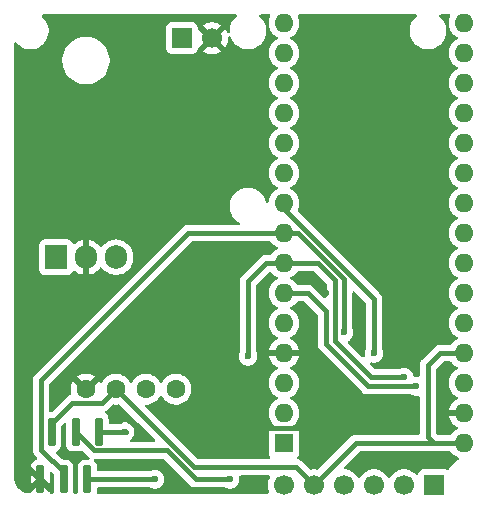
<source format=gbr>
%TF.GenerationSoftware,KiCad,Pcbnew,9.0.1*%
%TF.CreationDate,2025-06-22T03:23:01+02:00*%
%TF.ProjectId,Arduino socket,41726475-696e-46f2-9073-6f636b65742e,rev?*%
%TF.SameCoordinates,Original*%
%TF.FileFunction,Copper,L2,Bot*%
%TF.FilePolarity,Positive*%
%FSLAX46Y46*%
G04 Gerber Fmt 4.6, Leading zero omitted, Abs format (unit mm)*
G04 Created by KiCad (PCBNEW 9.0.1) date 2025-06-22 03:23:01*
%MOMM*%
%LPD*%
G01*
G04 APERTURE LIST*
G04 Aperture macros list*
%AMRoundRect*
0 Rectangle with rounded corners*
0 $1 Rounding radius*
0 $2 $3 $4 $5 $6 $7 $8 $9 X,Y pos of 4 corners*
0 Add a 4 corners polygon primitive as box body*
4,1,4,$2,$3,$4,$5,$6,$7,$8,$9,$2,$3,0*
0 Add four circle primitives for the rounded corners*
1,1,$1+$1,$2,$3*
1,1,$1+$1,$4,$5*
1,1,$1+$1,$6,$7*
1,1,$1+$1,$8,$9*
0 Add four rect primitives between the rounded corners*
20,1,$1+$1,$2,$3,$4,$5,0*
20,1,$1+$1,$4,$5,$6,$7,0*
20,1,$1+$1,$6,$7,$8,$9,0*
20,1,$1+$1,$8,$9,$2,$3,0*%
G04 Aperture macros list end*
%TA.AperFunction,ComponentPad*%
%ADD10R,1.905000X2.000000*%
%TD*%
%TA.AperFunction,ComponentPad*%
%ADD11O,1.905000X2.000000*%
%TD*%
%TA.AperFunction,ComponentPad*%
%ADD12R,1.700000X1.700000*%
%TD*%
%TA.AperFunction,ComponentPad*%
%ADD13C,1.700000*%
%TD*%
%TA.AperFunction,ComponentPad*%
%ADD14C,1.600000*%
%TD*%
%TA.AperFunction,ComponentPad*%
%ADD15R,1.600000X1.600000*%
%TD*%
%TA.AperFunction,ComponentPad*%
%ADD16O,1.600000X1.600000*%
%TD*%
%TA.AperFunction,SMDPad,CuDef*%
%ADD17RoundRect,0.090000X0.210000X1.060000X-0.210000X1.060000X-0.210000X-1.060000X0.210000X-1.060000X0*%
%TD*%
%TA.AperFunction,ViaPad*%
%ADD18C,0.600000*%
%TD*%
%TA.AperFunction,Conductor*%
%ADD19C,0.400000*%
%TD*%
G04 APERTURE END LIST*
D10*
%TO.P,U1,1,IN*%
%TO.N,Net-(J2-Pin_1)*%
X110744000Y-74168000D03*
D11*
%TO.P,U1,2,GND*%
%TO.N,GND*%
X113284000Y-74168000D03*
%TO.P,U1,3,OUT*%
%TO.N,VCC*%
X115824000Y-74168000D03*
%TD*%
D12*
%TO.P,J2,1,Pin_1*%
%TO.N,Net-(J2-Pin_1)*%
X121412000Y-55626000D03*
D13*
%TO.P,J2,2,Pin_2*%
%TO.N,GND*%
X123952000Y-55626000D03*
%TD*%
D14*
%TO.P,RTC1,1,gnd*%
%TO.N,GND*%
X113284000Y-85344000D03*
%TO.P,RTC1,2,vcc*%
%TO.N,VCC*%
X115824000Y-85344000D03*
%TO.P,RTC1,3,sda*%
%TO.N,SDA*%
X118364000Y-85344000D03*
%TO.P,RTC1,4,scl*%
%TO.N,SCL*%
X120904000Y-85344000D03*
%TD*%
D12*
%TO.P,J1,1,Pin_1*%
%TO.N,PISO in*%
X142748000Y-93472000D03*
D13*
%TO.P,J1,2,Pin_2*%
%TO.N,SIPO out*%
X140208000Y-93472000D03*
%TO.P,J1,3,Pin_3*%
%TO.N,Clock*%
X137668000Y-93472000D03*
%TO.P,J1,4,Pin_4*%
%TO.N,Shift{slash}load*%
X135128000Y-93472000D03*
%TO.P,J1,5,Pin_5*%
%TO.N,VCC*%
X132588000Y-93472000D03*
%TO.P,J1,6,Pin_6*%
%TO.N,GND*%
X130048000Y-93472000D03*
%TD*%
D15*
%TO.P,A1,1,D1/TX*%
%TO.N,unconnected-(A1-D1{slash}TX-Pad1)*%
X130048000Y-89916000D03*
D16*
%TO.P,A1,2,D0/RX*%
%TO.N,unconnected-(A1-D0{slash}RX-Pad2)*%
X130048000Y-87376000D03*
%TO.P,A1,3,~{RESET}*%
%TO.N,unconnected-(A1-~{RESET}-Pad3)*%
X130048000Y-84836000D03*
%TO.P,A1,4,GND*%
%TO.N,GND*%
X130048000Y-82296000D03*
%TO.P,A1,5,D2*%
%TO.N,unconnected-(A1-D2-Pad5)*%
X130048000Y-79756000D03*
%TO.P,A1,6,D3*%
%TO.N,PISO in*%
X130048000Y-77216000D03*
%TO.P,A1,7,D4*%
%TO.N,SIPO out*%
X130048000Y-74676000D03*
%TO.P,A1,8,D5*%
%TO.N,Shift{slash}load*%
X130048000Y-72136000D03*
%TO.P,A1,9,D6*%
%TO.N,Clock*%
X130048000Y-69596000D03*
%TO.P,A1,10,D7*%
%TO.N,unconnected-(A1-D7-Pad10)*%
X130048000Y-67056000D03*
%TO.P,A1,11,D8*%
%TO.N,unconnected-(A1-D8-Pad11)*%
X130048000Y-64516000D03*
%TO.P,A1,12,D9*%
%TO.N,unconnected-(A1-D9-Pad12)*%
X130048000Y-61976000D03*
%TO.P,A1,13,D10*%
%TO.N,unconnected-(A1-D10-Pad13)*%
X130048000Y-59436000D03*
%TO.P,A1,14,D11*%
%TO.N,unconnected-(A1-D11-Pad14)*%
X130048000Y-56896000D03*
%TO.P,A1,15,D12*%
%TO.N,unconnected-(A1-D12-Pad15)*%
X130048000Y-54356000D03*
%TO.P,A1,16,D13*%
%TO.N,unconnected-(A1-D13-Pad16)*%
X145288000Y-54356000D03*
%TO.P,A1,17,3V3*%
%TO.N,unconnected-(A1-3V3-Pad17)*%
X145288000Y-56896000D03*
%TO.P,A1,18,AREF*%
%TO.N,unconnected-(A1-AREF-Pad18)*%
X145288000Y-59436000D03*
%TO.P,A1,19,A0*%
%TO.N,unconnected-(A1-A0-Pad19)*%
X145288000Y-61976000D03*
%TO.P,A1,20,A1*%
%TO.N,unconnected-(A1-A1-Pad20)*%
X145288000Y-64516000D03*
%TO.P,A1,21,A2*%
%TO.N,unconnected-(A1-A2-Pad21)*%
X145288000Y-67056000D03*
%TO.P,A1,22,A3*%
%TO.N,unconnected-(A1-A3-Pad22)*%
X145288000Y-69596000D03*
%TO.P,A1,23,A4*%
%TO.N,SDA*%
X145288000Y-72136000D03*
%TO.P,A1,24,A5*%
%TO.N,SCL*%
X145288000Y-74676000D03*
%TO.P,A1,25,A6*%
%TO.N,unconnected-(A1-A6-Pad25)*%
X145288000Y-77216000D03*
%TO.P,A1,26,A7*%
%TO.N,unconnected-(A1-A7-Pad26)*%
X145288000Y-79756000D03*
%TO.P,A1,27,+5V*%
%TO.N,VCC*%
X145288000Y-82296000D03*
%TO.P,A1,28,~{RESET}*%
%TO.N,unconnected-(A1-~{RESET}-Pad28)*%
X145288000Y-84836000D03*
%TO.P,A1,29,GND*%
%TO.N,GND*%
X145288000Y-87376000D03*
%TO.P,A1,30,VIN*%
%TO.N,VCC*%
X145288000Y-89916000D03*
%TD*%
D17*
%TO.P,J3,1,Pin_1*%
%TO.N,PISO in*%
X114394999Y-88964000D03*
%TO.P,J3,2,Pin_2*%
%TO.N,SIPO out*%
X113394999Y-92964000D03*
%TO.P,J3,3,Pin_3*%
%TO.N,Clock*%
X112394999Y-88964000D03*
%TO.P,J3,4,Pin_4*%
%TO.N,Shift{slash}load*%
X111394999Y-92964000D03*
%TO.P,J3,5,Pin_5*%
%TO.N,VCC*%
X110394999Y-88964000D03*
%TO.P,J3,6,Pin_6*%
%TO.N,GND*%
X109394999Y-92964000D03*
%TD*%
D18*
%TO.N,GND*%
X125476000Y-68834000D03*
X125476000Y-66040000D03*
X125476000Y-63246000D03*
X125476000Y-60452000D03*
X107950000Y-76962000D03*
X107950000Y-82804000D03*
X107950000Y-91186000D03*
X112268000Y-90932000D03*
X115062000Y-91694000D03*
X127508000Y-86868000D03*
X132080000Y-78994000D03*
X142240000Y-77724000D03*
X137414000Y-74930000D03*
X142240000Y-74930000D03*
X140208000Y-55626000D03*
X138176000Y-55626000D03*
X135636000Y-55626000D03*
X139700000Y-77724000D03*
X116078000Y-87630000D03*
X138938000Y-87376000D03*
X136398000Y-87376000D03*
X133858000Y-85090000D03*
X133858000Y-89662000D03*
X121158000Y-93472000D03*
X116840000Y-91694000D03*
X124714000Y-90424000D03*
%TO.N,Clock*%
X125476000Y-92964000D03*
%TO.N,GND*%
X123952000Y-81280000D03*
X139954000Y-74930000D03*
X133604000Y-77216000D03*
X141478000Y-91440000D03*
X138938000Y-91440000D03*
X136398000Y-77978000D03*
%TO.N,PISO in*%
X116586000Y-88964000D03*
%TO.N,SIPO out*%
X127000000Y-82550000D03*
X119126000Y-92964000D03*
%TO.N,PISO in*%
X141224000Y-85090000D03*
%TO.N,SIPO out*%
X140208000Y-84328000D03*
%TO.N,Clock*%
X137668000Y-82296000D03*
%TO.N,Shift{slash}load*%
X135128000Y-80518000D03*
%TO.N,GND*%
X117094000Y-55880000D03*
X117094000Y-57404000D03*
X117094000Y-58928000D03*
X115570000Y-58928000D03*
X109474000Y-57404000D03*
X109474000Y-58928000D03*
X110998000Y-58928000D03*
X117094000Y-60452000D03*
X117094000Y-61976000D03*
X117094000Y-63500000D03*
X117094000Y-65024000D03*
X117094000Y-66548000D03*
X117094000Y-68072000D03*
X117094000Y-69596000D03*
X115570000Y-69596000D03*
X115570000Y-68072000D03*
X115570000Y-66548000D03*
X115570000Y-65024000D03*
X115570000Y-63500000D03*
X115570000Y-61976000D03*
X115570000Y-60452000D03*
X114046000Y-69596000D03*
X114046000Y-68072000D03*
X114046000Y-66548000D03*
X114046000Y-65024000D03*
X114046000Y-63500000D03*
X114046000Y-61976000D03*
X114046000Y-60452000D03*
X112522000Y-65024000D03*
X112522000Y-66548000D03*
X112522000Y-68072000D03*
X112522000Y-69596000D03*
X109474000Y-69596000D03*
X109474000Y-68072000D03*
X109474000Y-66548000D03*
X109474000Y-65024000D03*
X109474000Y-63500000D03*
X109474000Y-61976000D03*
X109474000Y-60452000D03*
X112522000Y-63500000D03*
X112522000Y-61976000D03*
X112522000Y-60452000D03*
X110998000Y-60452000D03*
X110998000Y-61976000D03*
X110998000Y-63500000D03*
X110998000Y-65024000D03*
X110998000Y-66548000D03*
X110998000Y-68072000D03*
X110998000Y-69596000D03*
%TD*%
D19*
%TO.N,GND*%
X129540000Y-88646000D02*
X128270000Y-88646000D01*
X129540000Y-88646000D02*
X131572000Y-88646000D01*
%TO.N,Clock*%
X122594058Y-92964000D02*
X125476000Y-92964000D01*
X120145058Y-90515000D02*
X122594058Y-92964000D01*
X113945999Y-90515000D02*
X120145058Y-90515000D01*
X112394999Y-88964000D02*
X113945999Y-90515000D01*
%TO.N,Shift{slash}load*%
X121920000Y-72136000D02*
X130048000Y-72136000D01*
X109474000Y-84582000D02*
X121920000Y-72136000D01*
X109474000Y-90458001D02*
X109474000Y-84582000D01*
X111394999Y-92379000D02*
X109474000Y-90458001D01*
X111394999Y-92964000D02*
X111394999Y-92379000D01*
%TO.N,PISO in*%
X133604000Y-81534000D02*
X133604000Y-78740000D01*
X137160000Y-85090000D02*
X133604000Y-81534000D01*
X141224000Y-85090000D02*
X137160000Y-85090000D01*
X132080000Y-77216000D02*
X130048000Y-77216000D01*
X133604000Y-78740000D02*
X132080000Y-77216000D01*
%TO.N,SIPO out*%
X128524000Y-74676000D02*
X130048000Y-74676000D01*
X127000000Y-76200000D02*
X128524000Y-74676000D01*
X127000000Y-82550000D02*
X127000000Y-76200000D01*
X132920116Y-74676000D02*
X130048000Y-74676000D01*
X134366000Y-81280000D02*
X134366000Y-76121884D01*
X137414000Y-84328000D02*
X134366000Y-81280000D01*
X134366000Y-76121884D02*
X132920116Y-74676000D01*
X140208000Y-84328000D02*
X137414000Y-84328000D01*
%TO.N,Shift{slash}load*%
X131230058Y-72136000D02*
X130048000Y-72136000D01*
X135128000Y-76033942D02*
X131230058Y-72136000D01*
X135128000Y-80518000D02*
X135128000Y-76033942D01*
%TO.N,Clock*%
X130048000Y-70104000D02*
X130048000Y-69596000D01*
X137668000Y-77724000D02*
X130048000Y-70104000D01*
X137668000Y-82296000D02*
X137668000Y-77724000D01*
%TO.N,PISO in*%
X116586000Y-88964000D02*
X116650000Y-88964000D01*
X114394999Y-88964000D02*
X116586000Y-88964000D01*
%TO.N,SIPO out*%
X113394999Y-92964000D02*
X119126000Y-92964000D01*
%TO.N,VCC*%
X131064000Y-91948000D02*
X122428000Y-91948000D01*
X132588000Y-93472000D02*
X131064000Y-91948000D01*
X122428000Y-91948000D02*
X115824000Y-85344000D01*
X142240000Y-89408000D02*
X142748000Y-89916000D01*
X143256000Y-82296000D02*
X142240000Y-83312000D01*
X136144000Y-89916000D02*
X142748000Y-89916000D01*
X142240000Y-83312000D02*
X142240000Y-89408000D01*
X145288000Y-82296000D02*
X143256000Y-82296000D01*
X142748000Y-89916000D02*
X145288000Y-89916000D01*
X132588000Y-93472000D02*
X136144000Y-89916000D01*
X114623000Y-86545000D02*
X115824000Y-85344000D01*
X112083000Y-86545000D02*
X114623000Y-86545000D01*
X110394999Y-88964000D02*
X110394999Y-88233001D01*
X110394999Y-88233001D02*
X112083000Y-86545000D01*
%TD*%
%TA.AperFunction,Conductor*%
%TO.N,GND*%
G36*
X125980666Y-53606185D02*
G01*
X126026421Y-53658989D01*
X126036365Y-53728147D01*
X126007340Y-53791703D01*
X125993204Y-53804674D01*
X125993630Y-53805173D01*
X125989918Y-53808343D01*
X125817343Y-53980918D01*
X125817339Y-53980923D01*
X125673896Y-54178357D01*
X125563097Y-54395812D01*
X125487678Y-54627927D01*
X125449500Y-54868973D01*
X125449500Y-55083232D01*
X125429815Y-55150271D01*
X125377011Y-55196026D01*
X125307853Y-55205970D01*
X125244297Y-55176945D01*
X125207569Y-55121551D01*
X125203094Y-55107781D01*
X125106624Y-54918449D01*
X125067270Y-54864282D01*
X125067269Y-54864282D01*
X124434962Y-55496590D01*
X124417925Y-55433007D01*
X124352099Y-55318993D01*
X124259007Y-55225901D01*
X124144993Y-55160075D01*
X124081409Y-55143037D01*
X124713716Y-54510728D01*
X124659550Y-54471375D01*
X124470217Y-54374904D01*
X124268129Y-54309242D01*
X124058246Y-54276000D01*
X123845754Y-54276000D01*
X123635872Y-54309242D01*
X123635869Y-54309242D01*
X123433782Y-54374904D01*
X123244439Y-54471380D01*
X123190282Y-54510727D01*
X123190282Y-54510728D01*
X123822591Y-55143037D01*
X123759007Y-55160075D01*
X123644993Y-55225901D01*
X123551901Y-55318993D01*
X123486075Y-55433007D01*
X123469037Y-55496591D01*
X122798818Y-54826372D01*
X122765333Y-54765049D01*
X122765330Y-54765036D01*
X122762499Y-54752015D01*
X122762499Y-54728128D01*
X122756091Y-54668517D01*
X122714493Y-54556986D01*
X122705798Y-54533673D01*
X122705793Y-54533664D01*
X122619547Y-54418455D01*
X122619544Y-54418452D01*
X122504335Y-54332206D01*
X122504328Y-54332202D01*
X122369482Y-54281908D01*
X122369483Y-54281908D01*
X122309883Y-54275501D01*
X122309881Y-54275500D01*
X122309873Y-54275500D01*
X122309864Y-54275500D01*
X120514129Y-54275500D01*
X120514123Y-54275501D01*
X120454516Y-54281908D01*
X120319671Y-54332202D01*
X120319664Y-54332206D01*
X120204455Y-54418452D01*
X120204452Y-54418455D01*
X120118206Y-54533664D01*
X120118202Y-54533671D01*
X120067908Y-54668517D01*
X120061501Y-54728116D01*
X120061500Y-54728135D01*
X120061500Y-56523870D01*
X120061501Y-56523876D01*
X120067908Y-56583483D01*
X120118202Y-56718328D01*
X120118206Y-56718335D01*
X120204452Y-56833544D01*
X120204455Y-56833547D01*
X120319664Y-56919793D01*
X120319671Y-56919797D01*
X120454517Y-56970091D01*
X120454516Y-56970091D01*
X120461444Y-56970835D01*
X120514127Y-56976500D01*
X122309872Y-56976499D01*
X122369483Y-56970091D01*
X122504331Y-56919796D01*
X122619546Y-56833546D01*
X122705796Y-56718331D01*
X122756091Y-56583483D01*
X122762500Y-56523873D01*
X122762499Y-56499979D01*
X122765330Y-56486963D01*
X122775940Y-56467525D01*
X122782179Y-56446275D01*
X122798803Y-56425643D01*
X122798808Y-56425636D01*
X122798811Y-56425634D01*
X122798818Y-56425626D01*
X123469037Y-55755408D01*
X123486075Y-55818993D01*
X123551901Y-55933007D01*
X123644993Y-56026099D01*
X123759007Y-56091925D01*
X123822590Y-56108962D01*
X123190282Y-56741269D01*
X123190282Y-56741270D01*
X123244449Y-56780624D01*
X123433782Y-56877095D01*
X123635870Y-56942757D01*
X123845754Y-56976000D01*
X124058246Y-56976000D01*
X124268127Y-56942757D01*
X124268130Y-56942757D01*
X124470217Y-56877095D01*
X124659554Y-56780622D01*
X124713716Y-56741270D01*
X124713717Y-56741270D01*
X124081408Y-56108962D01*
X124144993Y-56091925D01*
X124259007Y-56026099D01*
X124352099Y-55933007D01*
X124417925Y-55818993D01*
X124434962Y-55755408D01*
X125067270Y-56387717D01*
X125067270Y-56387716D01*
X125106622Y-56333554D01*
X125203095Y-56144217D01*
X125268757Y-55942130D01*
X125268757Y-55942127D01*
X125302000Y-55732246D01*
X125302000Y-55565518D01*
X125321685Y-55498479D01*
X125374489Y-55452724D01*
X125443647Y-55442780D01*
X125507203Y-55471805D01*
X125543930Y-55527198D01*
X125563096Y-55586185D01*
X125663742Y-55783715D01*
X125673896Y-55803642D01*
X125817339Y-56001076D01*
X125817343Y-56001081D01*
X125989918Y-56173656D01*
X125989923Y-56173660D01*
X126045984Y-56214390D01*
X126187361Y-56317106D01*
X126404815Y-56427904D01*
X126636924Y-56503321D01*
X126877973Y-56541500D01*
X126877974Y-56541500D01*
X127122026Y-56541500D01*
X127122027Y-56541500D01*
X127363076Y-56503321D01*
X127595185Y-56427904D01*
X127812639Y-56317106D01*
X128010083Y-56173655D01*
X128182655Y-56001083D01*
X128326106Y-55803639D01*
X128436904Y-55586185D01*
X128512321Y-55354076D01*
X128550500Y-55113027D01*
X128550500Y-54868973D01*
X128512321Y-54627924D01*
X128436904Y-54395815D01*
X128326106Y-54178361D01*
X128233911Y-54051465D01*
X128182660Y-53980923D01*
X128182656Y-53980918D01*
X128010081Y-53808343D01*
X128006370Y-53805173D01*
X128007825Y-53803468D01*
X127970830Y-53755510D01*
X127964838Y-53685897D01*
X127997433Y-53624096D01*
X128058265Y-53589728D01*
X128086373Y-53586500D01*
X128778145Y-53586500D01*
X128845184Y-53606185D01*
X128890939Y-53658989D01*
X128900883Y-53728147D01*
X128888630Y-53766795D01*
X128842781Y-53856776D01*
X128779522Y-54051465D01*
X128759425Y-54178357D01*
X128747500Y-54253648D01*
X128747500Y-54458352D01*
X128751456Y-54483328D01*
X128779522Y-54660534D01*
X128842781Y-54855223D01*
X128878390Y-54925108D01*
X128914447Y-54995874D01*
X128935715Y-55037613D01*
X129056028Y-55203213D01*
X129200786Y-55347971D01*
X129331282Y-55442780D01*
X129366390Y-55468287D01*
X129426024Y-55498672D01*
X129459080Y-55515515D01*
X129509876Y-55563490D01*
X129526671Y-55631311D01*
X129504134Y-55697446D01*
X129459080Y-55736485D01*
X129366386Y-55783715D01*
X129200786Y-55904028D01*
X129056028Y-56048786D01*
X128935715Y-56214386D01*
X128842781Y-56396776D01*
X128779522Y-56591465D01*
X128747500Y-56793648D01*
X128747500Y-56998351D01*
X128779522Y-57200534D01*
X128842781Y-57395223D01*
X128935715Y-57577613D01*
X129056028Y-57743213D01*
X129200786Y-57887971D01*
X129355749Y-58000556D01*
X129366390Y-58008287D01*
X129457840Y-58054883D01*
X129459080Y-58055515D01*
X129509876Y-58103490D01*
X129526671Y-58171311D01*
X129504134Y-58237446D01*
X129459080Y-58276485D01*
X129366386Y-58323715D01*
X129200786Y-58444028D01*
X129056028Y-58588786D01*
X128935715Y-58754386D01*
X128842781Y-58936776D01*
X128779522Y-59131465D01*
X128747500Y-59333648D01*
X128747500Y-59538351D01*
X128779522Y-59740534D01*
X128842781Y-59935223D01*
X128935715Y-60117613D01*
X129056028Y-60283213D01*
X129200786Y-60427971D01*
X129355749Y-60540556D01*
X129366390Y-60548287D01*
X129457840Y-60594883D01*
X129459080Y-60595515D01*
X129509876Y-60643490D01*
X129526671Y-60711311D01*
X129504134Y-60777446D01*
X129459080Y-60816485D01*
X129366386Y-60863715D01*
X129200786Y-60984028D01*
X129056028Y-61128786D01*
X128935715Y-61294386D01*
X128842781Y-61476776D01*
X128779522Y-61671465D01*
X128747500Y-61873648D01*
X128747500Y-62078351D01*
X128779522Y-62280534D01*
X128842781Y-62475223D01*
X128935715Y-62657613D01*
X129056028Y-62823213D01*
X129200786Y-62967971D01*
X129355749Y-63080556D01*
X129366390Y-63088287D01*
X129457840Y-63134883D01*
X129459080Y-63135515D01*
X129509876Y-63183490D01*
X129526671Y-63251311D01*
X129504134Y-63317446D01*
X129459080Y-63356485D01*
X129366386Y-63403715D01*
X129200786Y-63524028D01*
X129056028Y-63668786D01*
X128935715Y-63834386D01*
X128842781Y-64016776D01*
X128779522Y-64211465D01*
X128747500Y-64413648D01*
X128747500Y-64618351D01*
X128779522Y-64820534D01*
X128842781Y-65015223D01*
X128935715Y-65197613D01*
X129056028Y-65363213D01*
X129200786Y-65507971D01*
X129355749Y-65620556D01*
X129366390Y-65628287D01*
X129457840Y-65674883D01*
X129459080Y-65675515D01*
X129509876Y-65723490D01*
X129526671Y-65791311D01*
X129504134Y-65857446D01*
X129459080Y-65896485D01*
X129366386Y-65943715D01*
X129200786Y-66064028D01*
X129056028Y-66208786D01*
X128935715Y-66374386D01*
X128842781Y-66556776D01*
X128779522Y-66751465D01*
X128747500Y-66953648D01*
X128747500Y-67158351D01*
X128779522Y-67360534D01*
X128842781Y-67555223D01*
X128935715Y-67737613D01*
X129056028Y-67903213D01*
X129200786Y-68047971D01*
X129355749Y-68160556D01*
X129366390Y-68168287D01*
X129457840Y-68214883D01*
X129459080Y-68215515D01*
X129509876Y-68263490D01*
X129526671Y-68331311D01*
X129504134Y-68397446D01*
X129459080Y-68436485D01*
X129366386Y-68483715D01*
X129200786Y-68604028D01*
X129056028Y-68748786D01*
X128935715Y-68914386D01*
X128842781Y-69096776D01*
X128779523Y-69291464D01*
X128751942Y-69465598D01*
X128722012Y-69528732D01*
X128662701Y-69565663D01*
X128592838Y-69564665D01*
X128534606Y-69526055D01*
X128511540Y-69484520D01*
X128436904Y-69254815D01*
X128326106Y-69037361D01*
X128236760Y-68914386D01*
X128182660Y-68839923D01*
X128182656Y-68839918D01*
X128010081Y-68667343D01*
X128010076Y-68667339D01*
X127812642Y-68523896D01*
X127812641Y-68523895D01*
X127812639Y-68523894D01*
X127595185Y-68413096D01*
X127363076Y-68337679D01*
X127363074Y-68337678D01*
X127363072Y-68337678D01*
X127194769Y-68311021D01*
X127122027Y-68299500D01*
X126877973Y-68299500D01*
X126822093Y-68308350D01*
X126636927Y-68337678D01*
X126404812Y-68413097D01*
X126187357Y-68523896D01*
X125989923Y-68667339D01*
X125989918Y-68667343D01*
X125817343Y-68839918D01*
X125817339Y-68839923D01*
X125673896Y-69037357D01*
X125563097Y-69254812D01*
X125487678Y-69486927D01*
X125463479Y-69639715D01*
X125449500Y-69727973D01*
X125449500Y-69778276D01*
X125449500Y-69972027D01*
X125487679Y-70213076D01*
X125563096Y-70445185D01*
X125635846Y-70587966D01*
X125673896Y-70662642D01*
X125817339Y-70860076D01*
X125817343Y-70860081D01*
X125989918Y-71032656D01*
X125989923Y-71032660D01*
X126162136Y-71157779D01*
X126187361Y-71176106D01*
X126236248Y-71201015D01*
X126287044Y-71248990D01*
X126303839Y-71316810D01*
X126281302Y-71382945D01*
X126226587Y-71426397D01*
X126179953Y-71435500D01*
X121851004Y-71435500D01*
X121715677Y-71462418D01*
X121715667Y-71462421D01*
X121588192Y-71515222D01*
X121473454Y-71591887D01*
X108929887Y-84135454D01*
X108853222Y-84250192D01*
X108800421Y-84377667D01*
X108800418Y-84377679D01*
X108776728Y-84496778D01*
X108773500Y-84513005D01*
X108773500Y-84513007D01*
X108773500Y-90389007D01*
X108773500Y-90526995D01*
X108773500Y-90526997D01*
X108773499Y-90526997D01*
X108800418Y-90662323D01*
X108800421Y-90662333D01*
X108853222Y-90789808D01*
X108929887Y-90904546D01*
X108929888Y-90904547D01*
X109139087Y-91113745D01*
X109172572Y-91175068D01*
X109167588Y-91244759D01*
X109125717Y-91300693D01*
X109067594Y-91324365D01*
X109030977Y-91329186D01*
X109030974Y-91329187D01*
X108887457Y-91388633D01*
X108887456Y-91388633D01*
X108764206Y-91483207D01*
X108669632Y-91606457D01*
X108669632Y-91606458D01*
X108610186Y-91749975D01*
X108610184Y-91749980D01*
X108594999Y-91865329D01*
X108594999Y-91903999D01*
X108614335Y-91912009D01*
X108615413Y-91911421D01*
X108685105Y-91916403D01*
X108729456Y-91944905D01*
X109571775Y-92787224D01*
X110194998Y-93410448D01*
X110194999Y-93410447D01*
X110194999Y-92469019D01*
X110201237Y-92447773D01*
X110202817Y-92425685D01*
X110210889Y-92414901D01*
X110214684Y-92401980D01*
X110231417Y-92387480D01*
X110244689Y-92369752D01*
X110257309Y-92365044D01*
X110267488Y-92356225D01*
X110289405Y-92353073D01*
X110310153Y-92345335D01*
X110323313Y-92348197D01*
X110336646Y-92346281D01*
X110356789Y-92355480D01*
X110378426Y-92360187D01*
X110396151Y-92373455D01*
X110400202Y-92375306D01*
X110406680Y-92381338D01*
X110558180Y-92532838D01*
X110591665Y-92594161D01*
X110594499Y-92620519D01*
X110594500Y-94054500D01*
X110574815Y-94121539D01*
X110522012Y-94167294D01*
X110470500Y-94178500D01*
X110318999Y-94178500D01*
X110251960Y-94158815D01*
X110206205Y-94106011D01*
X110194999Y-94054500D01*
X110194999Y-94024000D01*
X110175658Y-94015989D01*
X110174577Y-94016580D01*
X110104885Y-94011594D01*
X110060541Y-93983094D01*
X109394999Y-93317552D01*
X108729456Y-93983094D01*
X108723523Y-93988651D01*
X108552747Y-94138382D01*
X108536249Y-94146032D01*
X108522510Y-94157938D01*
X108503230Y-94161345D01*
X108489362Y-94167777D01*
X108476709Y-94166033D01*
X108461269Y-94168762D01*
X108375013Y-94161973D01*
X108355796Y-94158929D01*
X108160474Y-94112037D01*
X108141971Y-94106025D01*
X108037376Y-94062700D01*
X107956383Y-94029151D01*
X107939048Y-94020318D01*
X107853412Y-93967841D01*
X107767774Y-93915362D01*
X107752034Y-93903926D01*
X107599288Y-93773468D01*
X107585530Y-93759710D01*
X107542570Y-93709410D01*
X107455070Y-93606961D01*
X107443638Y-93591226D01*
X107338679Y-93419949D01*
X107333838Y-93410448D01*
X108594999Y-93410448D01*
X109041447Y-92964000D01*
X109041447Y-92963999D01*
X108594999Y-92517551D01*
X108594999Y-93410448D01*
X107333838Y-93410448D01*
X107329847Y-93402614D01*
X107305225Y-93343172D01*
X107252973Y-93217023D01*
X107246964Y-93198531D01*
X107200069Y-93003197D01*
X107197026Y-92983984D01*
X107195453Y-92964000D01*
X107180880Y-92778839D01*
X107180499Y-92769113D01*
X107180499Y-73120135D01*
X109291000Y-73120135D01*
X109291000Y-75215870D01*
X109291001Y-75215876D01*
X109297408Y-75275483D01*
X109347702Y-75410328D01*
X109347706Y-75410335D01*
X109433952Y-75525544D01*
X109433955Y-75525547D01*
X109549164Y-75611793D01*
X109549171Y-75611797D01*
X109684017Y-75662091D01*
X109684016Y-75662091D01*
X109690944Y-75662835D01*
X109743627Y-75668500D01*
X111744372Y-75668499D01*
X111803983Y-75662091D01*
X111938831Y-75611796D01*
X112054046Y-75525546D01*
X112140296Y-75410331D01*
X112150872Y-75381974D01*
X112192740Y-75326041D01*
X112258204Y-75301622D01*
X112326477Y-75316472D01*
X112339940Y-75324988D01*
X112522723Y-75457788D01*
X112726429Y-75561582D01*
X112943871Y-75632234D01*
X113034000Y-75646509D01*
X113034000Y-74658747D01*
X113071708Y-74680518D01*
X113211591Y-74718000D01*
X113356409Y-74718000D01*
X113496292Y-74680518D01*
X113534000Y-74658747D01*
X113534000Y-75646508D01*
X113624128Y-75632234D01*
X113841570Y-75561582D01*
X114045276Y-75457788D01*
X114230242Y-75323402D01*
X114391905Y-75161739D01*
X114453371Y-75077137D01*
X114508701Y-75034470D01*
X114578314Y-75028491D01*
X114640109Y-75061096D01*
X114654007Y-75077134D01*
X114715714Y-75162066D01*
X114877434Y-75323786D01*
X115062462Y-75458217D01*
X115190024Y-75523213D01*
X115266244Y-75562049D01*
X115483751Y-75632721D01*
X115483752Y-75632721D01*
X115483755Y-75632722D01*
X115709646Y-75668500D01*
X115709647Y-75668500D01*
X115938353Y-75668500D01*
X115938354Y-75668500D01*
X116164245Y-75632722D01*
X116164248Y-75632721D01*
X116164249Y-75632721D01*
X116381755Y-75562049D01*
X116381755Y-75562048D01*
X116381758Y-75562048D01*
X116585538Y-75458217D01*
X116770566Y-75323786D01*
X116932286Y-75162066D01*
X117066717Y-74977038D01*
X117170548Y-74773258D01*
X117241222Y-74555745D01*
X117277000Y-74329854D01*
X117277000Y-74006146D01*
X117241222Y-73780255D01*
X117241221Y-73780251D01*
X117241221Y-73780250D01*
X117170549Y-73562744D01*
X117146979Y-73516485D01*
X117066717Y-73358962D01*
X116932286Y-73173934D01*
X116770566Y-73012214D01*
X116585538Y-72877783D01*
X116575796Y-72872819D01*
X116381755Y-72773950D01*
X116164248Y-72703278D01*
X115978812Y-72673908D01*
X115938354Y-72667500D01*
X115709646Y-72667500D01*
X115669188Y-72673908D01*
X115483753Y-72703278D01*
X115483750Y-72703278D01*
X115266244Y-72773950D01*
X115062461Y-72877783D01*
X114996550Y-72925671D01*
X114877434Y-73012214D01*
X114877432Y-73012216D01*
X114877431Y-73012216D01*
X114715716Y-73173931D01*
X114715709Y-73173940D01*
X114654007Y-73258864D01*
X114598677Y-73301530D01*
X114529063Y-73307508D01*
X114467269Y-73274901D01*
X114453372Y-73258863D01*
X114391907Y-73174263D01*
X114391902Y-73174257D01*
X114230242Y-73012597D01*
X114045276Y-72878211D01*
X113841568Y-72774417D01*
X113624124Y-72703765D01*
X113534000Y-72689490D01*
X113534000Y-73677252D01*
X113496292Y-73655482D01*
X113356409Y-73618000D01*
X113211591Y-73618000D01*
X113071708Y-73655482D01*
X113034000Y-73677252D01*
X113034000Y-72689490D01*
X113033999Y-72689490D01*
X112943875Y-72703765D01*
X112726431Y-72774417D01*
X112522719Y-72878213D01*
X112339939Y-73011010D01*
X112274132Y-73034490D01*
X112206079Y-73018664D01*
X112157384Y-72968558D01*
X112150875Y-72954033D01*
X112140296Y-72925669D01*
X112140295Y-72925667D01*
X112140293Y-72925664D01*
X112054047Y-72810455D01*
X112054044Y-72810452D01*
X111938835Y-72724206D01*
X111938828Y-72724202D01*
X111803982Y-72673908D01*
X111803983Y-72673908D01*
X111744383Y-72667501D01*
X111744381Y-72667500D01*
X111744373Y-72667500D01*
X111744364Y-72667500D01*
X109743629Y-72667500D01*
X109743623Y-72667501D01*
X109684016Y-72673908D01*
X109549171Y-72724202D01*
X109549164Y-72724206D01*
X109433955Y-72810452D01*
X109433952Y-72810455D01*
X109347706Y-72925664D01*
X109347702Y-72925671D01*
X109297408Y-73060517D01*
X109291001Y-73120116D01*
X109291000Y-73120135D01*
X107180499Y-73120135D01*
X107180499Y-57376872D01*
X111283500Y-57376872D01*
X111283500Y-57639127D01*
X111297204Y-57743213D01*
X111317730Y-57899116D01*
X111372492Y-58103490D01*
X111385602Y-58152418D01*
X111385605Y-58152428D01*
X111485953Y-58394690D01*
X111485958Y-58394700D01*
X111617075Y-58621803D01*
X111776718Y-58829851D01*
X111776726Y-58829860D01*
X111962140Y-59015274D01*
X111962148Y-59015281D01*
X112170196Y-59174924D01*
X112397299Y-59306041D01*
X112397309Y-59306046D01*
X112639571Y-59406394D01*
X112639581Y-59406398D01*
X112892884Y-59474270D01*
X113152880Y-59508500D01*
X113152887Y-59508500D01*
X113415113Y-59508500D01*
X113415120Y-59508500D01*
X113675116Y-59474270D01*
X113928419Y-59406398D01*
X114170697Y-59306043D01*
X114397803Y-59174924D01*
X114605851Y-59015282D01*
X114605855Y-59015277D01*
X114605860Y-59015274D01*
X114791274Y-58829860D01*
X114791277Y-58829855D01*
X114791282Y-58829851D01*
X114950924Y-58621803D01*
X115082043Y-58394697D01*
X115182398Y-58152419D01*
X115250270Y-57899116D01*
X115284500Y-57639120D01*
X115284500Y-57376880D01*
X115250270Y-57116884D01*
X115182398Y-56863581D01*
X115182394Y-56863571D01*
X115082046Y-56621309D01*
X115082041Y-56621299D01*
X114950924Y-56394196D01*
X114791281Y-56186148D01*
X114791274Y-56186140D01*
X114605860Y-56000726D01*
X114605851Y-56000718D01*
X114397803Y-55841075D01*
X114170700Y-55709958D01*
X114170690Y-55709953D01*
X113928428Y-55609605D01*
X113928421Y-55609603D01*
X113928419Y-55609602D01*
X113675116Y-55541730D01*
X113617339Y-55534123D01*
X113415127Y-55507500D01*
X113415120Y-55507500D01*
X113152880Y-55507500D01*
X113152872Y-55507500D01*
X112937933Y-55535799D01*
X112892884Y-55541730D01*
X112639581Y-55609602D01*
X112639571Y-55609605D01*
X112397309Y-55709953D01*
X112397299Y-55709958D01*
X112170196Y-55841075D01*
X111962148Y-56000718D01*
X111776718Y-56186148D01*
X111617075Y-56394196D01*
X111485958Y-56621299D01*
X111485953Y-56621309D01*
X111385605Y-56863571D01*
X111385602Y-56863581D01*
X111349491Y-56998352D01*
X111317730Y-57116885D01*
X111283500Y-57376872D01*
X107180499Y-57376872D01*
X107180499Y-56077371D01*
X107200184Y-56010332D01*
X107252988Y-55964577D01*
X107322146Y-55954633D01*
X107385702Y-55983658D01*
X107398670Y-55997799D01*
X107399173Y-55997370D01*
X107402343Y-56001081D01*
X107574918Y-56173656D01*
X107574923Y-56173660D01*
X107630984Y-56214390D01*
X107772361Y-56317106D01*
X107989815Y-56427904D01*
X108221924Y-56503321D01*
X108462973Y-56541500D01*
X108462974Y-56541500D01*
X108707026Y-56541500D01*
X108707027Y-56541500D01*
X108948076Y-56503321D01*
X109180185Y-56427904D01*
X109397639Y-56317106D01*
X109595083Y-56173655D01*
X109767655Y-56001083D01*
X109911106Y-55803639D01*
X110021904Y-55586185D01*
X110097321Y-55354076D01*
X110135500Y-55113027D01*
X110135500Y-54868973D01*
X110097321Y-54627924D01*
X110021904Y-54395815D01*
X109911106Y-54178361D01*
X109818911Y-54051465D01*
X109767660Y-53980923D01*
X109767656Y-53980918D01*
X109595081Y-53808343D01*
X109591370Y-53805173D01*
X109592825Y-53803468D01*
X109555830Y-53755510D01*
X109549838Y-53685897D01*
X109582433Y-53624096D01*
X109643265Y-53589728D01*
X109671373Y-53586500D01*
X125913627Y-53586500D01*
X125980666Y-53606185D01*
G37*
%TD.AperFunction*%
%TA.AperFunction,Conductor*%
G36*
X111513833Y-88207336D02*
G01*
X111569766Y-88249208D01*
X111594183Y-88314672D01*
X111594499Y-88323518D01*
X111594499Y-90062703D01*
X111609695Y-90178142D01*
X111609698Y-90178151D01*
X111669199Y-90321798D01*
X111763850Y-90445149D01*
X111887201Y-90539800D01*
X112030848Y-90599301D01*
X112146298Y-90614500D01*
X112643699Y-90614499D01*
X112643702Y-90614499D01*
X112759141Y-90599303D01*
X112759144Y-90599301D01*
X112759150Y-90599301D01*
X112880945Y-90548851D01*
X112950408Y-90541383D01*
X113012888Y-90572657D01*
X113016074Y-90575732D01*
X113499452Y-91059111D01*
X113499455Y-91059114D01*
X113540289Y-91086398D01*
X113585094Y-91140010D01*
X113593801Y-91209335D01*
X113563647Y-91272362D01*
X113504204Y-91309082D01*
X113471398Y-91313500D01*
X113146295Y-91313500D01*
X113030856Y-91328696D01*
X113030847Y-91328699D01*
X112887204Y-91388198D01*
X112887201Y-91388199D01*
X112887201Y-91388200D01*
X112866756Y-91403888D01*
X112763850Y-91482851D01*
X112669197Y-91606205D01*
X112609698Y-91749848D01*
X112609697Y-91749850D01*
X112605552Y-91781339D01*
X112594499Y-91865299D01*
X112594499Y-92963999D01*
X112594500Y-94054500D01*
X112591949Y-94063185D01*
X112593238Y-94072147D01*
X112582259Y-94096187D01*
X112574815Y-94121539D01*
X112567974Y-94127466D01*
X112564213Y-94135703D01*
X112541980Y-94149990D01*
X112522012Y-94167294D01*
X112511496Y-94169581D01*
X112505435Y-94173477D01*
X112470500Y-94178500D01*
X112319499Y-94178500D01*
X112252460Y-94158815D01*
X112206705Y-94106011D01*
X112195499Y-94054500D01*
X112195498Y-91865296D01*
X112180302Y-91749857D01*
X112180300Y-91749850D01*
X112180300Y-91749849D01*
X112120799Y-91606202D01*
X112026148Y-91482851D01*
X111902797Y-91388200D01*
X111902793Y-91388198D01*
X111759150Y-91328699D01*
X111759148Y-91328698D01*
X111643701Y-91313500D01*
X111643700Y-91313500D01*
X111371518Y-91313500D01*
X111304479Y-91293815D01*
X111283837Y-91277181D01*
X110782050Y-90775394D01*
X110748565Y-90714071D01*
X110753549Y-90644379D01*
X110795421Y-90588446D01*
X110822279Y-90573152D01*
X110902792Y-90539802D01*
X110902793Y-90539802D01*
X110902793Y-90539801D01*
X110902797Y-90539800D01*
X111026148Y-90445149D01*
X111120799Y-90321798D01*
X111180300Y-90178151D01*
X111195499Y-90062701D01*
X111195498Y-88474518D01*
X111204142Y-88445078D01*
X111210666Y-88415092D01*
X111214420Y-88410076D01*
X111215183Y-88407480D01*
X111231812Y-88386843D01*
X111382820Y-88235835D01*
X111444141Y-88202352D01*
X111513833Y-88207336D01*
G37*
%TD.AperFunction*%
%TA.AperFunction,Conductor*%
G36*
X119870578Y-91235185D02*
G01*
X119891220Y-91251819D01*
X122147511Y-93508111D01*
X122147512Y-93508112D01*
X122262250Y-93584777D01*
X122389725Y-93637578D01*
X122389730Y-93637580D01*
X122389734Y-93637580D01*
X122389735Y-93637581D01*
X122525061Y-93664500D01*
X122525064Y-93664500D01*
X122525065Y-93664500D01*
X125050684Y-93664500D01*
X125098136Y-93673939D01*
X125212866Y-93721461D01*
X125242503Y-93733737D01*
X125397153Y-93764499D01*
X125397156Y-93764500D01*
X125397158Y-93764500D01*
X125554844Y-93764500D01*
X125554845Y-93764499D01*
X125709497Y-93733737D01*
X125855179Y-93673394D01*
X125986289Y-93585789D01*
X126097789Y-93474289D01*
X126185394Y-93343179D01*
X126245737Y-93197497D01*
X126276500Y-93042842D01*
X126276500Y-92885158D01*
X126276500Y-92885155D01*
X126258903Y-92796692D01*
X126265130Y-92727100D01*
X126307993Y-92671923D01*
X126373882Y-92648678D01*
X126380520Y-92648500D01*
X128750104Y-92648500D01*
X128817143Y-92668185D01*
X128862898Y-92720989D01*
X128872842Y-92790147D01*
X128860589Y-92828795D01*
X128796904Y-92953782D01*
X128731242Y-93155869D01*
X128731242Y-93155872D01*
X128698000Y-93365753D01*
X128698000Y-93578246D01*
X128731242Y-93788127D01*
X128731242Y-93788130D01*
X128796905Y-93990220D01*
X128796905Y-93990221D01*
X128800975Y-93998208D01*
X128813870Y-94066878D01*
X128787592Y-94131617D01*
X128730484Y-94171873D01*
X128690489Y-94178500D01*
X114319499Y-94178500D01*
X114252460Y-94158815D01*
X114206705Y-94106011D01*
X114195499Y-94054500D01*
X114195499Y-93788500D01*
X114215184Y-93721461D01*
X114267988Y-93675706D01*
X114319499Y-93664500D01*
X118700684Y-93664500D01*
X118748136Y-93673939D01*
X118862866Y-93721461D01*
X118892503Y-93733737D01*
X119047153Y-93764499D01*
X119047156Y-93764500D01*
X119047158Y-93764500D01*
X119204844Y-93764500D01*
X119204845Y-93764499D01*
X119359497Y-93733737D01*
X119505179Y-93673394D01*
X119636289Y-93585789D01*
X119747789Y-93474289D01*
X119835394Y-93343179D01*
X119895737Y-93197497D01*
X119926500Y-93042842D01*
X119926500Y-92885158D01*
X119926500Y-92885155D01*
X119926499Y-92885153D01*
X119917624Y-92840536D01*
X119895737Y-92730503D01*
X119895735Y-92730498D01*
X119835397Y-92584827D01*
X119835390Y-92584814D01*
X119747789Y-92453711D01*
X119747786Y-92453707D01*
X119636292Y-92342213D01*
X119636288Y-92342210D01*
X119505185Y-92254609D01*
X119505172Y-92254602D01*
X119359501Y-92194264D01*
X119359489Y-92194261D01*
X119204845Y-92163500D01*
X119204842Y-92163500D01*
X119047158Y-92163500D01*
X119047155Y-92163500D01*
X118892510Y-92194261D01*
X118892498Y-92194264D01*
X118748136Y-92254061D01*
X118700684Y-92263500D01*
X114319498Y-92263500D01*
X114252459Y-92243815D01*
X114206704Y-92191011D01*
X114195498Y-92139500D01*
X114195498Y-91865296D01*
X114180302Y-91749857D01*
X114180300Y-91749850D01*
X114180300Y-91749849D01*
X114120799Y-91606202D01*
X114026148Y-91482851D01*
X113980594Y-91447896D01*
X113967535Y-91437875D01*
X113926333Y-91381447D01*
X113922178Y-91311701D01*
X113956391Y-91250781D01*
X114018108Y-91218029D01*
X114043022Y-91215500D01*
X119803539Y-91215500D01*
X119870578Y-91235185D01*
G37*
%TD.AperFunction*%
%TA.AperFunction,Conductor*%
G36*
X144131505Y-90618041D02*
G01*
X144136868Y-90616955D01*
X144164670Y-90627779D01*
X144193295Y-90636185D01*
X144198230Y-90640846D01*
X144201977Y-90642305D01*
X144226575Y-90667616D01*
X144296030Y-90763215D01*
X144440786Y-90907971D01*
X144595749Y-91020556D01*
X144606390Y-91028287D01*
X144750850Y-91101893D01*
X144788779Y-91121219D01*
X144791087Y-91122175D01*
X144791830Y-91122773D01*
X144793122Y-91123432D01*
X144792983Y-91123703D01*
X144845493Y-91166013D01*
X144867562Y-91232306D01*
X144850286Y-91300006D01*
X144799936Y-91347224D01*
X144602356Y-91447896D01*
X144404922Y-91591339D01*
X144404917Y-91591343D01*
X144232342Y-91763918D01*
X144232338Y-91763923D01*
X144088895Y-91961357D01*
X144006278Y-92123501D01*
X143958303Y-92174297D01*
X143890482Y-92191092D01*
X143849265Y-92179628D01*
X143848641Y-92181303D01*
X143705482Y-92127908D01*
X143705483Y-92127908D01*
X143645883Y-92121501D01*
X143645881Y-92121500D01*
X143645873Y-92121500D01*
X143645864Y-92121500D01*
X141850129Y-92121500D01*
X141850123Y-92121501D01*
X141790516Y-92127908D01*
X141655671Y-92178202D01*
X141655664Y-92178206D01*
X141540455Y-92264452D01*
X141540452Y-92264455D01*
X141454206Y-92379664D01*
X141454203Y-92379669D01*
X141405189Y-92511083D01*
X141363317Y-92567016D01*
X141297853Y-92591433D01*
X141229580Y-92576581D01*
X141201326Y-92555430D01*
X141087786Y-92441890D01*
X140915820Y-92316951D01*
X140726414Y-92220444D01*
X140726413Y-92220443D01*
X140726412Y-92220443D01*
X140524243Y-92154754D01*
X140524241Y-92154753D01*
X140524240Y-92154753D01*
X140362957Y-92129208D01*
X140314287Y-92121500D01*
X140101713Y-92121500D01*
X140053042Y-92129208D01*
X139891760Y-92154753D01*
X139689585Y-92220444D01*
X139500179Y-92316951D01*
X139328213Y-92441890D01*
X139177890Y-92592213D01*
X139052949Y-92764182D01*
X139048484Y-92772946D01*
X139000509Y-92823742D01*
X138932688Y-92840536D01*
X138866553Y-92817998D01*
X138827516Y-92772946D01*
X138823050Y-92764182D01*
X138698109Y-92592213D01*
X138547786Y-92441890D01*
X138375820Y-92316951D01*
X138186414Y-92220444D01*
X138186413Y-92220443D01*
X138186412Y-92220443D01*
X137984243Y-92154754D01*
X137984241Y-92154753D01*
X137984240Y-92154753D01*
X137822957Y-92129208D01*
X137774287Y-92121500D01*
X137561713Y-92121500D01*
X137513042Y-92129208D01*
X137351760Y-92154753D01*
X137149585Y-92220444D01*
X136960179Y-92316951D01*
X136788213Y-92441890D01*
X136637890Y-92592213D01*
X136512949Y-92764182D01*
X136508484Y-92772946D01*
X136460509Y-92823742D01*
X136392688Y-92840536D01*
X136326553Y-92817998D01*
X136287516Y-92772946D01*
X136283050Y-92764182D01*
X136158109Y-92592213D01*
X136007786Y-92441890D01*
X135835820Y-92316951D01*
X135646414Y-92220444D01*
X135646413Y-92220443D01*
X135646412Y-92220443D01*
X135444243Y-92154754D01*
X135444241Y-92154753D01*
X135444240Y-92154753D01*
X135282957Y-92129208D01*
X135234287Y-92121500D01*
X135228518Y-92121500D01*
X135161479Y-92101815D01*
X135115724Y-92049011D01*
X135105780Y-91979853D01*
X135134805Y-91916297D01*
X135140837Y-91909819D01*
X136397837Y-90652819D01*
X136459160Y-90619334D01*
X136485518Y-90616500D01*
X142679007Y-90616500D01*
X144126256Y-90616500D01*
X144131505Y-90618041D01*
G37*
%TD.AperFunction*%
%TA.AperFunction,Conductor*%
G36*
X131805520Y-77936185D02*
G01*
X131826162Y-77952819D01*
X132867181Y-78993837D01*
X132900666Y-79055160D01*
X132903500Y-79081518D01*
X132903500Y-81465006D01*
X132903500Y-81602994D01*
X132903500Y-81602996D01*
X132903499Y-81602996D01*
X132930418Y-81738322D01*
X132930421Y-81738332D01*
X132983222Y-81865807D01*
X133059887Y-81980545D01*
X133059888Y-81980546D01*
X136615886Y-85536542D01*
X136668950Y-85589606D01*
X136713459Y-85634115D01*
X136828182Y-85710771D01*
X136828189Y-85710775D01*
X136899952Y-85740500D01*
X136955671Y-85763580D01*
X136982591Y-85768934D01*
X137080073Y-85788325D01*
X137091006Y-85790500D01*
X137091007Y-85790500D01*
X140798684Y-85790500D01*
X140846136Y-85799939D01*
X140990498Y-85859735D01*
X140990503Y-85859737D01*
X141131911Y-85887865D01*
X141145153Y-85890499D01*
X141145156Y-85890500D01*
X141145158Y-85890500D01*
X141302844Y-85890500D01*
X141391308Y-85872903D01*
X141460900Y-85879130D01*
X141516077Y-85921993D01*
X141539322Y-85987882D01*
X141539500Y-85994520D01*
X141539500Y-89091500D01*
X141519815Y-89158539D01*
X141467011Y-89204294D01*
X141415500Y-89215500D01*
X136075003Y-89215500D01*
X135966590Y-89237065D01*
X135966589Y-89237065D01*
X135953131Y-89239742D01*
X135939673Y-89242419D01*
X135939671Y-89242420D01*
X135886866Y-89264292D01*
X135886864Y-89264293D01*
X135886863Y-89264292D01*
X135812191Y-89295223D01*
X135746667Y-89339006D01*
X135746666Y-89339007D01*
X135697454Y-89371888D01*
X135697453Y-89371889D01*
X132957849Y-92111492D01*
X132896526Y-92144977D01*
X132850771Y-92146284D01*
X132694287Y-92121500D01*
X132481713Y-92121500D01*
X132325226Y-92146284D01*
X132255933Y-92137329D01*
X132218148Y-92111492D01*
X131510546Y-91403888D01*
X131510545Y-91403887D01*
X131395807Y-91327222D01*
X131268328Y-91274419D01*
X131263896Y-91273075D01*
X131205460Y-91234773D01*
X131177008Y-91170959D01*
X131187574Y-91101893D01*
X131200634Y-91080105D01*
X131205541Y-91073549D01*
X131205546Y-91073546D01*
X131291796Y-90958331D01*
X131342091Y-90823483D01*
X131348500Y-90763873D01*
X131348499Y-89068128D01*
X131342091Y-89008517D01*
X131337504Y-88996219D01*
X131291797Y-88873671D01*
X131291793Y-88873664D01*
X131205547Y-88758455D01*
X131205544Y-88758452D01*
X131090335Y-88672206D01*
X131090328Y-88672202D01*
X130955482Y-88621908D01*
X130955483Y-88621908D01*
X130918560Y-88617939D01*
X130854009Y-88591201D01*
X130814160Y-88533809D01*
X130811667Y-88463984D01*
X130847319Y-88403895D01*
X130858930Y-88394331D01*
X130895219Y-88367966D01*
X131039966Y-88223219D01*
X131039968Y-88223215D01*
X131039971Y-88223213D01*
X131100791Y-88139500D01*
X131160287Y-88057610D01*
X131253220Y-87875219D01*
X131316477Y-87680534D01*
X131348500Y-87478352D01*
X131348500Y-87273648D01*
X131332452Y-87172326D01*
X131316477Y-87071465D01*
X131253281Y-86876970D01*
X131253220Y-86876781D01*
X131253218Y-86876778D01*
X131253218Y-86876776D01*
X131211478Y-86794858D01*
X131160287Y-86694390D01*
X131117114Y-86634967D01*
X131039971Y-86528786D01*
X130895213Y-86384028D01*
X130729614Y-86263715D01*
X130723006Y-86260348D01*
X130636917Y-86216483D01*
X130586123Y-86168511D01*
X130569328Y-86100690D01*
X130591865Y-86034555D01*
X130636917Y-85995516D01*
X130729610Y-85948287D01*
X130809149Y-85890499D01*
X130895213Y-85827971D01*
X130895215Y-85827968D01*
X130895219Y-85827966D01*
X131039966Y-85683219D01*
X131039968Y-85683215D01*
X131039971Y-85683213D01*
X131146532Y-85536542D01*
X131160287Y-85517610D01*
X131253220Y-85335219D01*
X131316477Y-85140534D01*
X131348500Y-84938352D01*
X131348500Y-84733648D01*
X131316477Y-84531466D01*
X131310479Y-84513007D01*
X131287127Y-84441137D01*
X131253220Y-84336781D01*
X131253218Y-84336778D01*
X131253218Y-84336776D01*
X131210286Y-84252518D01*
X131160287Y-84154390D01*
X131149283Y-84139244D01*
X131039971Y-83988786D01*
X130895213Y-83844028D01*
X130729611Y-83723713D01*
X130636369Y-83676203D01*
X130585574Y-83628229D01*
X130568779Y-83560407D01*
X130591317Y-83494273D01*
X130636371Y-83455234D01*
X130729347Y-83407861D01*
X130894894Y-83287582D01*
X130894895Y-83287582D01*
X131039582Y-83142895D01*
X131039582Y-83142894D01*
X131159859Y-82977349D01*
X131252755Y-82795029D01*
X131315990Y-82600413D01*
X131324609Y-82546000D01*
X130481012Y-82546000D01*
X130513925Y-82488993D01*
X130548000Y-82361826D01*
X130548000Y-82230174D01*
X130513925Y-82103007D01*
X130481012Y-82046000D01*
X131324609Y-82046000D01*
X131315990Y-81991586D01*
X131252755Y-81796970D01*
X131159859Y-81614650D01*
X131039582Y-81449105D01*
X131039582Y-81449104D01*
X130894895Y-81304417D01*
X130729349Y-81184140D01*
X130636370Y-81136765D01*
X130585574Y-81088790D01*
X130568779Y-81020969D01*
X130591316Y-80954835D01*
X130636370Y-80915795D01*
X130636920Y-80915515D01*
X130729610Y-80868287D01*
X130750770Y-80852913D01*
X130895213Y-80747971D01*
X130895215Y-80747968D01*
X130895219Y-80747966D01*
X131039966Y-80603219D01*
X131039968Y-80603215D01*
X131039971Y-80603213D01*
X131159162Y-80439158D01*
X131160287Y-80437610D01*
X131253220Y-80255219D01*
X131316477Y-80060534D01*
X131348500Y-79858352D01*
X131348500Y-79653648D01*
X131316477Y-79451466D01*
X131253220Y-79256781D01*
X131253218Y-79256778D01*
X131253218Y-79256776D01*
X131219503Y-79190607D01*
X131160287Y-79074390D01*
X131146316Y-79055160D01*
X131039971Y-78908786D01*
X130895213Y-78764028D01*
X130729614Y-78643715D01*
X130723006Y-78640348D01*
X130636917Y-78596483D01*
X130586123Y-78548511D01*
X130569328Y-78480690D01*
X130591865Y-78414555D01*
X130636917Y-78375516D01*
X130729610Y-78328287D01*
X130750770Y-78312913D01*
X130895213Y-78207971D01*
X130895215Y-78207968D01*
X130895219Y-78207966D01*
X131039966Y-78063219D01*
X131109425Y-77967615D01*
X131164755Y-77924949D01*
X131209744Y-77916500D01*
X131738481Y-77916500D01*
X131805520Y-77936185D01*
G37*
%TD.AperFunction*%
%TA.AperFunction,Conductor*%
G36*
X128953295Y-72856185D02*
G01*
X128986575Y-72887616D01*
X129056030Y-72983215D01*
X129200786Y-73127971D01*
X129355749Y-73240556D01*
X129366390Y-73248287D01*
X129457840Y-73294883D01*
X129459080Y-73295515D01*
X129509876Y-73343490D01*
X129526671Y-73411311D01*
X129504134Y-73477446D01*
X129459080Y-73516485D01*
X129366386Y-73563715D01*
X129200786Y-73684028D01*
X129056030Y-73828784D01*
X128986575Y-73924384D01*
X128931245Y-73967051D01*
X128886256Y-73975500D01*
X128455003Y-73975500D01*
X128357760Y-73994843D01*
X128357758Y-73994843D01*
X128346591Y-73997065D01*
X128319671Y-74002420D01*
X128266866Y-74024292D01*
X128192189Y-74055225D01*
X128192188Y-74055226D01*
X128171199Y-74069249D01*
X128171192Y-74069253D01*
X128077457Y-74131886D01*
X128077453Y-74131889D01*
X126455888Y-75753453D01*
X126455887Y-75753454D01*
X126379223Y-75868192D01*
X126326421Y-75995668D01*
X126326418Y-75995680D01*
X126315038Y-76052891D01*
X126315038Y-76052892D01*
X126299500Y-76131004D01*
X126299500Y-82124684D01*
X126290061Y-82172136D01*
X126230264Y-82316498D01*
X126230261Y-82316510D01*
X126199500Y-82471153D01*
X126199500Y-82628846D01*
X126230261Y-82783489D01*
X126230264Y-82783501D01*
X126290602Y-82929172D01*
X126290609Y-82929185D01*
X126378210Y-83060288D01*
X126378213Y-83060292D01*
X126489707Y-83171786D01*
X126489711Y-83171789D01*
X126620814Y-83259390D01*
X126620827Y-83259397D01*
X126766498Y-83319735D01*
X126766503Y-83319737D01*
X126921153Y-83350499D01*
X126921156Y-83350500D01*
X126921158Y-83350500D01*
X127078844Y-83350500D01*
X127078845Y-83350499D01*
X127233497Y-83319737D01*
X127379179Y-83259394D01*
X127510289Y-83171789D01*
X127621789Y-83060289D01*
X127709394Y-82929179D01*
X127769737Y-82783497D01*
X127800500Y-82628842D01*
X127800500Y-82471158D01*
X127800500Y-82471155D01*
X127800499Y-82471153D01*
X127785745Y-82396981D01*
X127769737Y-82316503D01*
X127733979Y-82230174D01*
X127709939Y-82172136D01*
X127700500Y-82124684D01*
X127700500Y-76541518D01*
X127720185Y-76474479D01*
X127736819Y-76453837D01*
X128777837Y-75412819D01*
X128804764Y-75398115D01*
X128830583Y-75381523D01*
X128836783Y-75380631D01*
X128839160Y-75379334D01*
X128865518Y-75376500D01*
X128886256Y-75376500D01*
X128953295Y-75396185D01*
X128986575Y-75427616D01*
X129056030Y-75523215D01*
X129200786Y-75667971D01*
X129318446Y-75753454D01*
X129366390Y-75788287D01*
X129457840Y-75834883D01*
X129459080Y-75835515D01*
X129509876Y-75883490D01*
X129526671Y-75951311D01*
X129504134Y-76017446D01*
X129459080Y-76056485D01*
X129366386Y-76103715D01*
X129200786Y-76224028D01*
X129056028Y-76368786D01*
X128935715Y-76534386D01*
X128842781Y-76716776D01*
X128779522Y-76911465D01*
X128747500Y-77113648D01*
X128747500Y-77318351D01*
X128779522Y-77520534D01*
X128842781Y-77715223D01*
X128935715Y-77897613D01*
X129056028Y-78063213D01*
X129200786Y-78207971D01*
X129355749Y-78320556D01*
X129366390Y-78328287D01*
X129457840Y-78374883D01*
X129459080Y-78375515D01*
X129509876Y-78423490D01*
X129526671Y-78491311D01*
X129504134Y-78557446D01*
X129459080Y-78596485D01*
X129366386Y-78643715D01*
X129200786Y-78764028D01*
X129056028Y-78908786D01*
X128935715Y-79074386D01*
X128842781Y-79256776D01*
X128779522Y-79451465D01*
X128747500Y-79653648D01*
X128747500Y-79858351D01*
X128779522Y-80060534D01*
X128842781Y-80255223D01*
X128935715Y-80437613D01*
X129056028Y-80603213D01*
X129200786Y-80747971D01*
X129355749Y-80860556D01*
X129366390Y-80868287D01*
X129438424Y-80904990D01*
X129459629Y-80915795D01*
X129510425Y-80963770D01*
X129527220Y-81031591D01*
X129504682Y-81097726D01*
X129459629Y-81136765D01*
X129366650Y-81184140D01*
X129201105Y-81304417D01*
X129201104Y-81304417D01*
X129056417Y-81449104D01*
X129056417Y-81449105D01*
X128936140Y-81614650D01*
X128843244Y-81796970D01*
X128780009Y-81991586D01*
X128771391Y-82046000D01*
X129614988Y-82046000D01*
X129582075Y-82103007D01*
X129548000Y-82230174D01*
X129548000Y-82361826D01*
X129582075Y-82488993D01*
X129614988Y-82546000D01*
X128771391Y-82546000D01*
X128780009Y-82600413D01*
X128843244Y-82795029D01*
X128936140Y-82977349D01*
X129056417Y-83142894D01*
X129056417Y-83142895D01*
X129201104Y-83287582D01*
X129366652Y-83407861D01*
X129459628Y-83455234D01*
X129510425Y-83503208D01*
X129527220Y-83571029D01*
X129504683Y-83637164D01*
X129459630Y-83676203D01*
X129366388Y-83723713D01*
X129200786Y-83844028D01*
X129056028Y-83988786D01*
X128935715Y-84154386D01*
X128842781Y-84336776D01*
X128779522Y-84531465D01*
X128747500Y-84733648D01*
X128747500Y-84938351D01*
X128779522Y-85140534D01*
X128842781Y-85335223D01*
X128935715Y-85517613D01*
X129056028Y-85683213D01*
X129200786Y-85827971D01*
X129355749Y-85940556D01*
X129366390Y-85948287D01*
X129457127Y-85994520D01*
X129459080Y-85995515D01*
X129509876Y-86043490D01*
X129526671Y-86111311D01*
X129504134Y-86177446D01*
X129459080Y-86216485D01*
X129366386Y-86263715D01*
X129200786Y-86384028D01*
X129056028Y-86528786D01*
X128935715Y-86694386D01*
X128842781Y-86876776D01*
X128779522Y-87071465D01*
X128747500Y-87273648D01*
X128747500Y-87478351D01*
X128779522Y-87680534D01*
X128842781Y-87875223D01*
X128935715Y-88057613D01*
X129056028Y-88223213D01*
X129200784Y-88367969D01*
X129237068Y-88394330D01*
X129279735Y-88449659D01*
X129285715Y-88519273D01*
X129253109Y-88581068D01*
X129192271Y-88615426D01*
X129177440Y-88617938D01*
X129140519Y-88621907D01*
X129005671Y-88672202D01*
X129005664Y-88672206D01*
X128890455Y-88758452D01*
X128890452Y-88758455D01*
X128804206Y-88873664D01*
X128804202Y-88873671D01*
X128753908Y-89008517D01*
X128750218Y-89042844D01*
X128747501Y-89068123D01*
X128747500Y-89068135D01*
X128747500Y-90763870D01*
X128747501Y-90763876D01*
X128753908Y-90823483D01*
X128804202Y-90958328D01*
X128804206Y-90958335D01*
X128872220Y-91049189D01*
X128896638Y-91114653D01*
X128881787Y-91182926D01*
X128832382Y-91232332D01*
X128772954Y-91247500D01*
X122769518Y-91247500D01*
X122702479Y-91227815D01*
X122681837Y-91211181D01*
X118326837Y-86856181D01*
X118293352Y-86794858D01*
X118298336Y-86725166D01*
X118340208Y-86669233D01*
X118405672Y-86644816D01*
X118414518Y-86644500D01*
X118466351Y-86644500D01*
X118466352Y-86644500D01*
X118668534Y-86612477D01*
X118863219Y-86549220D01*
X119045610Y-86456287D01*
X119145067Y-86384028D01*
X119211213Y-86335971D01*
X119211215Y-86335968D01*
X119211219Y-86335966D01*
X119355966Y-86191219D01*
X119355968Y-86191215D01*
X119355971Y-86191213D01*
X119476284Y-86025614D01*
X119476285Y-86025613D01*
X119476287Y-86025610D01*
X119523516Y-85932917D01*
X119571489Y-85882123D01*
X119639310Y-85865328D01*
X119705445Y-85887865D01*
X119744483Y-85932917D01*
X119788348Y-86019006D01*
X119791715Y-86025614D01*
X119912028Y-86191213D01*
X120056786Y-86335971D01*
X120211749Y-86448556D01*
X120222390Y-86456287D01*
X120338607Y-86515503D01*
X120404776Y-86549218D01*
X120404778Y-86549218D01*
X120404781Y-86549220D01*
X120509137Y-86583127D01*
X120599465Y-86612477D01*
X120700557Y-86628488D01*
X120801648Y-86644500D01*
X120801649Y-86644500D01*
X121006351Y-86644500D01*
X121006352Y-86644500D01*
X121208534Y-86612477D01*
X121403219Y-86549220D01*
X121585610Y-86456287D01*
X121685067Y-86384028D01*
X121751213Y-86335971D01*
X121751215Y-86335968D01*
X121751219Y-86335966D01*
X121895966Y-86191219D01*
X121895968Y-86191215D01*
X121895971Y-86191213D01*
X121961536Y-86100969D01*
X122016287Y-86025610D01*
X122109220Y-85843219D01*
X122172477Y-85648534D01*
X122204500Y-85446352D01*
X122204500Y-85241648D01*
X122188485Y-85140534D01*
X122172477Y-85039465D01*
X122138853Y-84935983D01*
X122109220Y-84844781D01*
X122109218Y-84844778D01*
X122109218Y-84844776D01*
X122063515Y-84755080D01*
X122016287Y-84662390D01*
X122008366Y-84651487D01*
X121895971Y-84496786D01*
X121751213Y-84352028D01*
X121585613Y-84231715D01*
X121585612Y-84231714D01*
X121585610Y-84231713D01*
X121528653Y-84202691D01*
X121403223Y-84138781D01*
X121208534Y-84075522D01*
X121033995Y-84047878D01*
X121006352Y-84043500D01*
X120801648Y-84043500D01*
X120777329Y-84047351D01*
X120599465Y-84075522D01*
X120404776Y-84138781D01*
X120222386Y-84231715D01*
X120056786Y-84352028D01*
X119912028Y-84496786D01*
X119791715Y-84662386D01*
X119744485Y-84755080D01*
X119696510Y-84805876D01*
X119628689Y-84822671D01*
X119562554Y-84800134D01*
X119523515Y-84755080D01*
X119522883Y-84753840D01*
X119476287Y-84662390D01*
X119468366Y-84651487D01*
X119355971Y-84496786D01*
X119211213Y-84352028D01*
X119045613Y-84231715D01*
X119045612Y-84231714D01*
X119045610Y-84231713D01*
X118988653Y-84202691D01*
X118863223Y-84138781D01*
X118668534Y-84075522D01*
X118493995Y-84047878D01*
X118466352Y-84043500D01*
X118261648Y-84043500D01*
X118237329Y-84047351D01*
X118059465Y-84075522D01*
X117864776Y-84138781D01*
X117682386Y-84231715D01*
X117516786Y-84352028D01*
X117372028Y-84496786D01*
X117251715Y-84662386D01*
X117204485Y-84755080D01*
X117156510Y-84805876D01*
X117088689Y-84822671D01*
X117022554Y-84800134D01*
X116983515Y-84755080D01*
X116982883Y-84753840D01*
X116936287Y-84662390D01*
X116928366Y-84651487D01*
X116815971Y-84496786D01*
X116671213Y-84352028D01*
X116505613Y-84231715D01*
X116505612Y-84231714D01*
X116505610Y-84231713D01*
X116448653Y-84202691D01*
X116323223Y-84138781D01*
X116128534Y-84075522D01*
X115953995Y-84047878D01*
X115926352Y-84043500D01*
X115721648Y-84043500D01*
X115697329Y-84047351D01*
X115519465Y-84075522D01*
X115324776Y-84138781D01*
X115142386Y-84231715D01*
X114976786Y-84352028D01*
X114832028Y-84496786D01*
X114711713Y-84662388D01*
X114664203Y-84755630D01*
X114616228Y-84806426D01*
X114548407Y-84823220D01*
X114482272Y-84800682D01*
X114443234Y-84755628D01*
X114395861Y-84662652D01*
X114363474Y-84618077D01*
X114363474Y-84618076D01*
X113684000Y-85297551D01*
X113684000Y-85291339D01*
X113656741Y-85189606D01*
X113604080Y-85098394D01*
X113529606Y-85023920D01*
X113438394Y-84971259D01*
X113336661Y-84944000D01*
X113330446Y-84944000D01*
X114009922Y-84264524D01*
X114009921Y-84264523D01*
X113965359Y-84232147D01*
X113965350Y-84232141D01*
X113783031Y-84139244D01*
X113588417Y-84076009D01*
X113386317Y-84044000D01*
X113181683Y-84044000D01*
X112979582Y-84076009D01*
X112784968Y-84139244D01*
X112602644Y-84232143D01*
X112558077Y-84264523D01*
X112558077Y-84264524D01*
X113237554Y-84944000D01*
X113231339Y-84944000D01*
X113129606Y-84971259D01*
X113038394Y-85023920D01*
X112963920Y-85098394D01*
X112911259Y-85189606D01*
X112884000Y-85291339D01*
X112884000Y-85297553D01*
X112204524Y-84618077D01*
X112204523Y-84618077D01*
X112172143Y-84662644D01*
X112079244Y-84844968D01*
X112016009Y-85039582D01*
X111984000Y-85241682D01*
X111984000Y-85446317D01*
X112016010Y-85648418D01*
X112016010Y-85648421D01*
X112032610Y-85699509D01*
X112034605Y-85769350D01*
X111998524Y-85829183D01*
X111938873Y-85859444D01*
X111878674Y-85871419D01*
X111878667Y-85871421D01*
X111751192Y-85924222D01*
X111636454Y-86000887D01*
X111636453Y-86000888D01*
X110386181Y-87251161D01*
X110324858Y-87284646D01*
X110255166Y-87279662D01*
X110199233Y-87237790D01*
X110174816Y-87172326D01*
X110174500Y-87163480D01*
X110174500Y-84923519D01*
X110194185Y-84856480D01*
X110210819Y-84835838D01*
X122173838Y-72872819D01*
X122235161Y-72839334D01*
X122261519Y-72836500D01*
X128886256Y-72836500D01*
X128953295Y-72856185D01*
G37*
%TD.AperFunction*%
%TA.AperFunction,Conductor*%
G36*
X116112362Y-86634967D02*
G01*
X116150148Y-86660805D01*
X117696679Y-88207336D01*
X119092163Y-89602819D01*
X119125648Y-89664142D01*
X119120664Y-89733834D01*
X119078792Y-89789767D01*
X119013328Y-89814184D01*
X119004482Y-89814500D01*
X117162772Y-89814500D01*
X117095733Y-89794815D01*
X117049978Y-89742011D01*
X117040034Y-89672853D01*
X117069059Y-89609297D01*
X117093884Y-89587396D01*
X117096290Y-89585788D01*
X117207786Y-89474292D01*
X117207789Y-89474289D01*
X117295394Y-89343179D01*
X117355737Y-89197497D01*
X117386500Y-89042842D01*
X117386500Y-88885158D01*
X117386500Y-88885155D01*
X117386499Y-88885153D01*
X117370299Y-88803713D01*
X117355737Y-88730503D01*
X117321366Y-88647523D01*
X117295397Y-88584827D01*
X117295390Y-88584814D01*
X117207789Y-88453711D01*
X117207786Y-88453707D01*
X117096292Y-88342213D01*
X117096288Y-88342210D01*
X116965185Y-88254609D01*
X116965172Y-88254602D01*
X116819501Y-88194264D01*
X116819489Y-88194261D01*
X116664845Y-88163500D01*
X116664842Y-88163500D01*
X116507158Y-88163500D01*
X116507155Y-88163500D01*
X116352510Y-88194261D01*
X116352498Y-88194264D01*
X116208136Y-88254061D01*
X116160684Y-88263500D01*
X115319498Y-88263500D01*
X115252459Y-88243815D01*
X115206704Y-88191011D01*
X115195498Y-88139500D01*
X115195498Y-87865296D01*
X115180302Y-87749857D01*
X115180300Y-87749850D01*
X115180300Y-87749849D01*
X115120799Y-87606202D01*
X115026148Y-87482851D01*
X114903169Y-87388486D01*
X114861970Y-87332061D01*
X114857815Y-87262315D01*
X114892027Y-87201394D01*
X114931208Y-87175551D01*
X114954811Y-87165775D01*
X115069543Y-87089114D01*
X115497851Y-86660804D01*
X115559174Y-86627320D01*
X115604930Y-86626013D01*
X115721648Y-86644500D01*
X115721649Y-86644500D01*
X115926350Y-86644500D01*
X115926352Y-86644500D01*
X116043068Y-86626013D01*
X116112362Y-86634967D01*
G37*
%TD.AperFunction*%
%TA.AperFunction,Conductor*%
G36*
X144131505Y-82998041D02*
G01*
X144136868Y-82996955D01*
X144164670Y-83007779D01*
X144193295Y-83016185D01*
X144198230Y-83020846D01*
X144201977Y-83022305D01*
X144226573Y-83047614D01*
X144235782Y-83060289D01*
X144296030Y-83143215D01*
X144440786Y-83287971D01*
X144526852Y-83350500D01*
X144606390Y-83408287D01*
X144697840Y-83454883D01*
X144699080Y-83455515D01*
X144749876Y-83503490D01*
X144766671Y-83571311D01*
X144744134Y-83637446D01*
X144699080Y-83676485D01*
X144606386Y-83723715D01*
X144440786Y-83844028D01*
X144296028Y-83988786D01*
X144175715Y-84154386D01*
X144082781Y-84336776D01*
X144019522Y-84531465D01*
X143987500Y-84733648D01*
X143987500Y-84938351D01*
X144019522Y-85140534D01*
X144082781Y-85335223D01*
X144175715Y-85517613D01*
X144296028Y-85683213D01*
X144440786Y-85827971D01*
X144595749Y-85940556D01*
X144606390Y-85948287D01*
X144678424Y-85984990D01*
X144699629Y-85995795D01*
X144750425Y-86043770D01*
X144767220Y-86111591D01*
X144744682Y-86177726D01*
X144699629Y-86216765D01*
X144606650Y-86264140D01*
X144441105Y-86384417D01*
X144441104Y-86384417D01*
X144296417Y-86529104D01*
X144296417Y-86529105D01*
X144176140Y-86694650D01*
X144083244Y-86876970D01*
X144020009Y-87071586D01*
X144011391Y-87126000D01*
X144854988Y-87126000D01*
X144822075Y-87183007D01*
X144788000Y-87310174D01*
X144788000Y-87441826D01*
X144822075Y-87568993D01*
X144854988Y-87626000D01*
X144011391Y-87626000D01*
X144020009Y-87680413D01*
X144083244Y-87875029D01*
X144176140Y-88057349D01*
X144296417Y-88222894D01*
X144296417Y-88222895D01*
X144441104Y-88367582D01*
X144606652Y-88487861D01*
X144699628Y-88535234D01*
X144750425Y-88583208D01*
X144767220Y-88651029D01*
X144744683Y-88717164D01*
X144699630Y-88756203D01*
X144606388Y-88803713D01*
X144440786Y-88924028D01*
X144296030Y-89068784D01*
X144226575Y-89164384D01*
X144171245Y-89207051D01*
X144126256Y-89215500D01*
X143089519Y-89215500D01*
X143060076Y-89206854D01*
X143030090Y-89200331D01*
X143025075Y-89196577D01*
X143022480Y-89195815D01*
X143001836Y-89179179D01*
X142976817Y-89154159D01*
X142943333Y-89092836D01*
X142940500Y-89066480D01*
X142940500Y-83653519D01*
X142960185Y-83586480D01*
X142976819Y-83565838D01*
X143509838Y-83032819D01*
X143571161Y-82999334D01*
X143597519Y-82996500D01*
X144126256Y-82996500D01*
X144131505Y-82998041D01*
G37*
%TD.AperFunction*%
%TA.AperFunction,Conductor*%
G36*
X141220666Y-53606185D02*
G01*
X141266421Y-53658989D01*
X141276365Y-53728147D01*
X141247340Y-53791703D01*
X141233204Y-53804674D01*
X141233630Y-53805173D01*
X141229918Y-53808343D01*
X141057343Y-53980918D01*
X141057339Y-53980923D01*
X140913896Y-54178357D01*
X140803097Y-54395812D01*
X140727678Y-54627927D01*
X140718115Y-54688306D01*
X140689500Y-54868973D01*
X140689500Y-54919276D01*
X140689500Y-55113027D01*
X140727679Y-55354076D01*
X140803096Y-55586185D01*
X140903742Y-55783715D01*
X140913896Y-55803642D01*
X141057339Y-56001076D01*
X141057343Y-56001081D01*
X141229918Y-56173656D01*
X141229923Y-56173660D01*
X141285984Y-56214390D01*
X141427361Y-56317106D01*
X141644815Y-56427904D01*
X141876924Y-56503321D01*
X142117973Y-56541500D01*
X142117974Y-56541500D01*
X142362026Y-56541500D01*
X142362027Y-56541500D01*
X142603076Y-56503321D01*
X142835185Y-56427904D01*
X143052639Y-56317106D01*
X143250083Y-56173655D01*
X143422655Y-56001083D01*
X143566106Y-55803639D01*
X143676904Y-55586185D01*
X143752321Y-55354076D01*
X143790500Y-55113027D01*
X143790500Y-54868973D01*
X143752321Y-54627924D01*
X143676904Y-54395815D01*
X143566106Y-54178361D01*
X143473911Y-54051465D01*
X143422660Y-53980923D01*
X143422656Y-53980918D01*
X143250081Y-53808343D01*
X143246370Y-53805173D01*
X143247825Y-53803468D01*
X143210830Y-53755510D01*
X143204838Y-53685897D01*
X143237433Y-53624096D01*
X143298265Y-53589728D01*
X143326373Y-53586500D01*
X144018145Y-53586500D01*
X144085184Y-53606185D01*
X144130939Y-53658989D01*
X144140883Y-53728147D01*
X144128630Y-53766795D01*
X144082781Y-53856776D01*
X144019522Y-54051465D01*
X143999425Y-54178357D01*
X143987500Y-54253648D01*
X143987500Y-54458352D01*
X143991456Y-54483328D01*
X144019522Y-54660534D01*
X144082781Y-54855223D01*
X144118390Y-54925108D01*
X144154447Y-54995874D01*
X144175715Y-55037613D01*
X144296028Y-55203213D01*
X144440786Y-55347971D01*
X144571282Y-55442780D01*
X144606390Y-55468287D01*
X144666024Y-55498672D01*
X144699080Y-55515515D01*
X144749876Y-55563490D01*
X144766671Y-55631311D01*
X144744134Y-55697446D01*
X144699080Y-55736485D01*
X144606386Y-55783715D01*
X144440786Y-55904028D01*
X144296028Y-56048786D01*
X144175715Y-56214386D01*
X144082781Y-56396776D01*
X144019522Y-56591465D01*
X143987500Y-56793648D01*
X143987500Y-56998351D01*
X144019522Y-57200534D01*
X144082781Y-57395223D01*
X144175715Y-57577613D01*
X144296028Y-57743213D01*
X144440786Y-57887971D01*
X144595749Y-58000556D01*
X144606390Y-58008287D01*
X144697840Y-58054883D01*
X144699080Y-58055515D01*
X144749876Y-58103490D01*
X144766671Y-58171311D01*
X144744134Y-58237446D01*
X144699080Y-58276485D01*
X144606386Y-58323715D01*
X144440786Y-58444028D01*
X144296028Y-58588786D01*
X144175715Y-58754386D01*
X144082781Y-58936776D01*
X144019522Y-59131465D01*
X143987500Y-59333648D01*
X143987500Y-59538351D01*
X144019522Y-59740534D01*
X144082781Y-59935223D01*
X144175715Y-60117613D01*
X144296028Y-60283213D01*
X144440786Y-60427971D01*
X144595749Y-60540556D01*
X144606390Y-60548287D01*
X144697840Y-60594883D01*
X144699080Y-60595515D01*
X144749876Y-60643490D01*
X144766671Y-60711311D01*
X144744134Y-60777446D01*
X144699080Y-60816485D01*
X144606386Y-60863715D01*
X144440786Y-60984028D01*
X144296028Y-61128786D01*
X144175715Y-61294386D01*
X144082781Y-61476776D01*
X144019522Y-61671465D01*
X143987500Y-61873648D01*
X143987500Y-62078351D01*
X144019522Y-62280534D01*
X144082781Y-62475223D01*
X144175715Y-62657613D01*
X144296028Y-62823213D01*
X144440786Y-62967971D01*
X144595749Y-63080556D01*
X144606390Y-63088287D01*
X144697840Y-63134883D01*
X144699080Y-63135515D01*
X144749876Y-63183490D01*
X144766671Y-63251311D01*
X144744134Y-63317446D01*
X144699080Y-63356485D01*
X144606386Y-63403715D01*
X144440786Y-63524028D01*
X144296028Y-63668786D01*
X144175715Y-63834386D01*
X144082781Y-64016776D01*
X144019522Y-64211465D01*
X143987500Y-64413648D01*
X143987500Y-64618351D01*
X144019522Y-64820534D01*
X144082781Y-65015223D01*
X144175715Y-65197613D01*
X144296028Y-65363213D01*
X144440786Y-65507971D01*
X144595749Y-65620556D01*
X144606390Y-65628287D01*
X144697840Y-65674883D01*
X144699080Y-65675515D01*
X144749876Y-65723490D01*
X144766671Y-65791311D01*
X144744134Y-65857446D01*
X144699080Y-65896485D01*
X144606386Y-65943715D01*
X144440786Y-66064028D01*
X144296028Y-66208786D01*
X144175715Y-66374386D01*
X144082781Y-66556776D01*
X144019522Y-66751465D01*
X143987500Y-66953648D01*
X143987500Y-67158351D01*
X144019522Y-67360534D01*
X144082781Y-67555223D01*
X144175715Y-67737613D01*
X144296028Y-67903213D01*
X144440786Y-68047971D01*
X144595749Y-68160556D01*
X144606390Y-68168287D01*
X144697840Y-68214883D01*
X144699080Y-68215515D01*
X144749876Y-68263490D01*
X144766671Y-68331311D01*
X144744134Y-68397446D01*
X144699080Y-68436485D01*
X144606386Y-68483715D01*
X144440786Y-68604028D01*
X144296028Y-68748786D01*
X144175715Y-68914386D01*
X144082781Y-69096776D01*
X144019522Y-69291465D01*
X143987500Y-69493648D01*
X143987500Y-69698351D01*
X144019522Y-69900534D01*
X144082781Y-70095223D01*
X144128278Y-70184514D01*
X144158167Y-70243175D01*
X144175715Y-70277613D01*
X144296028Y-70443213D01*
X144440786Y-70587971D01*
X144595749Y-70700556D01*
X144606390Y-70708287D01*
X144697840Y-70754883D01*
X144699080Y-70755515D01*
X144749876Y-70803490D01*
X144766671Y-70871311D01*
X144744134Y-70937446D01*
X144699080Y-70976485D01*
X144606386Y-71023715D01*
X144440786Y-71144028D01*
X144296028Y-71288786D01*
X144175715Y-71454386D01*
X144082781Y-71636776D01*
X144019522Y-71831465D01*
X143987500Y-72033648D01*
X143987500Y-72238351D01*
X144019522Y-72440534D01*
X144082781Y-72635223D01*
X144117706Y-72703765D01*
X144172067Y-72810455D01*
X144175715Y-72817613D01*
X144296028Y-72983213D01*
X144440786Y-73127971D01*
X144595749Y-73240556D01*
X144606390Y-73248287D01*
X144697840Y-73294883D01*
X144699080Y-73295515D01*
X144749876Y-73343490D01*
X144766671Y-73411311D01*
X144744134Y-73477446D01*
X144699080Y-73516485D01*
X144606386Y-73563715D01*
X144440786Y-73684028D01*
X144296028Y-73828786D01*
X144175715Y-73994386D01*
X144082781Y-74176776D01*
X144019522Y-74371465D01*
X143987500Y-74573648D01*
X143987500Y-74778351D01*
X144019522Y-74980534D01*
X144082781Y-75175223D01*
X144175715Y-75357613D01*
X144296028Y-75523213D01*
X144440786Y-75667971D01*
X144558446Y-75753454D01*
X144606390Y-75788287D01*
X144697840Y-75834883D01*
X144699080Y-75835515D01*
X144749876Y-75883490D01*
X144766671Y-75951311D01*
X144744134Y-76017446D01*
X144699080Y-76056485D01*
X144606386Y-76103715D01*
X144440786Y-76224028D01*
X144296028Y-76368786D01*
X144175715Y-76534386D01*
X144082781Y-76716776D01*
X144019522Y-76911465D01*
X143987500Y-77113648D01*
X143987500Y-77318351D01*
X144019522Y-77520534D01*
X144082781Y-77715223D01*
X144175715Y-77897613D01*
X144296028Y-78063213D01*
X144440786Y-78207971D01*
X144595749Y-78320556D01*
X144606390Y-78328287D01*
X144697840Y-78374883D01*
X144699080Y-78375515D01*
X144749876Y-78423490D01*
X144766671Y-78491311D01*
X144744134Y-78557446D01*
X144699080Y-78596485D01*
X144606386Y-78643715D01*
X144440786Y-78764028D01*
X144296028Y-78908786D01*
X144175715Y-79074386D01*
X144082781Y-79256776D01*
X144019522Y-79451465D01*
X143987500Y-79653648D01*
X143987500Y-79858351D01*
X144019522Y-80060534D01*
X144082781Y-80255223D01*
X144175715Y-80437613D01*
X144296028Y-80603213D01*
X144440786Y-80747971D01*
X144595749Y-80860556D01*
X144606390Y-80868287D01*
X144697840Y-80914883D01*
X144699080Y-80915515D01*
X144749876Y-80963490D01*
X144766671Y-81031311D01*
X144744134Y-81097446D01*
X144699080Y-81136485D01*
X144606386Y-81183715D01*
X144440786Y-81304028D01*
X144296030Y-81448784D01*
X144226575Y-81544384D01*
X144171245Y-81587051D01*
X144126256Y-81595500D01*
X143187004Y-81595500D01*
X143051677Y-81622418D01*
X143051667Y-81622421D01*
X142924192Y-81675222D01*
X142809454Y-81751887D01*
X142809453Y-81751888D01*
X141695885Y-82865457D01*
X141684962Y-82881807D01*
X141684959Y-82881811D01*
X141619228Y-82980182D01*
X141619221Y-82980195D01*
X141566421Y-83107667D01*
X141566418Y-83107677D01*
X141539500Y-83243004D01*
X141539500Y-84185479D01*
X141519815Y-84252518D01*
X141467011Y-84298273D01*
X141397853Y-84308217D01*
X141391309Y-84307096D01*
X141302846Y-84289500D01*
X141302842Y-84289500D01*
X141145158Y-84289500D01*
X141145156Y-84289500D01*
X141143034Y-84289922D01*
X141141900Y-84289820D01*
X141139093Y-84290097D01*
X141139040Y-84289564D01*
X141073443Y-84283693D01*
X141018267Y-84240828D01*
X140997229Y-84192495D01*
X140989649Y-84154390D01*
X140977737Y-84094503D01*
X140933946Y-83988781D01*
X140917397Y-83948827D01*
X140917390Y-83948814D01*
X140829789Y-83817711D01*
X140829786Y-83817707D01*
X140718292Y-83706213D01*
X140718288Y-83706210D01*
X140587185Y-83618609D01*
X140587172Y-83618602D01*
X140441501Y-83558264D01*
X140441489Y-83558261D01*
X140286845Y-83527500D01*
X140286842Y-83527500D01*
X140129158Y-83527500D01*
X140129155Y-83527500D01*
X139974510Y-83558261D01*
X139974498Y-83558264D01*
X139830136Y-83618061D01*
X139782684Y-83627500D01*
X137755519Y-83627500D01*
X137688480Y-83607815D01*
X137667838Y-83591181D01*
X137358908Y-83282251D01*
X137325423Y-83220928D01*
X137330407Y-83151236D01*
X137372279Y-83095303D01*
X137437743Y-83070886D01*
X137470779Y-83072952D01*
X137499552Y-83078676D01*
X137589155Y-83096500D01*
X137589158Y-83096500D01*
X137746844Y-83096500D01*
X137746845Y-83096499D01*
X137901497Y-83065737D01*
X138047179Y-83005394D01*
X138178289Y-82917789D01*
X138289789Y-82806289D01*
X138377394Y-82675179D01*
X138437737Y-82529497D01*
X138468500Y-82374842D01*
X138468500Y-82217158D01*
X138468500Y-82217155D01*
X138468499Y-82217153D01*
X138464946Y-82199290D01*
X138437737Y-82062503D01*
X138430901Y-82046000D01*
X138377939Y-81918136D01*
X138368500Y-81870684D01*
X138368500Y-77655004D01*
X138348448Y-77554202D01*
X138348447Y-77554201D01*
X138346934Y-77546591D01*
X138341580Y-77519671D01*
X138319707Y-77466866D01*
X138288775Y-77392189D01*
X138288773Y-77392186D01*
X138288771Y-77392182D01*
X138212115Y-77277459D01*
X138212114Y-77277458D01*
X138114542Y-77179886D01*
X134698475Y-73763819D01*
X131241536Y-70306879D01*
X131208051Y-70245556D01*
X131213035Y-70175864D01*
X131218726Y-70162915D01*
X131253220Y-70095219D01*
X131316477Y-69900534D01*
X131348500Y-69698352D01*
X131348500Y-69493648D01*
X131324533Y-69342328D01*
X131316477Y-69291465D01*
X131253218Y-69096776D01*
X131219503Y-69030607D01*
X131160287Y-68914390D01*
X131152556Y-68903749D01*
X131039971Y-68748786D01*
X130895213Y-68604028D01*
X130729614Y-68483715D01*
X130723006Y-68480348D01*
X130636917Y-68436483D01*
X130586123Y-68388511D01*
X130569328Y-68320690D01*
X130591865Y-68254555D01*
X130636917Y-68215516D01*
X130729610Y-68168287D01*
X130750770Y-68152913D01*
X130895213Y-68047971D01*
X130895215Y-68047968D01*
X130895219Y-68047966D01*
X131039966Y-67903219D01*
X131039968Y-67903215D01*
X131039971Y-67903213D01*
X131092732Y-67830590D01*
X131160287Y-67737610D01*
X131253220Y-67555219D01*
X131316477Y-67360534D01*
X131348500Y-67158352D01*
X131348500Y-66953648D01*
X131316477Y-66751466D01*
X131253220Y-66556781D01*
X131253218Y-66556778D01*
X131253218Y-66556776D01*
X131219503Y-66490607D01*
X131160287Y-66374390D01*
X131152556Y-66363749D01*
X131039971Y-66208786D01*
X130895213Y-66064028D01*
X130729614Y-65943715D01*
X130723006Y-65940348D01*
X130636917Y-65896483D01*
X130586123Y-65848511D01*
X130569328Y-65780690D01*
X130591865Y-65714555D01*
X130636917Y-65675516D01*
X130729610Y-65628287D01*
X130750770Y-65612913D01*
X130895213Y-65507971D01*
X130895215Y-65507968D01*
X130895219Y-65507966D01*
X131039966Y-65363219D01*
X131039968Y-65363215D01*
X131039971Y-65363213D01*
X131092732Y-65290590D01*
X131160287Y-65197610D01*
X131253220Y-65015219D01*
X131316477Y-64820534D01*
X131348500Y-64618352D01*
X131348500Y-64413648D01*
X131316477Y-64211466D01*
X131253220Y-64016781D01*
X131253218Y-64016778D01*
X131253218Y-64016776D01*
X131219503Y-63950607D01*
X131160287Y-63834390D01*
X131152556Y-63823749D01*
X131039971Y-63668786D01*
X130895213Y-63524028D01*
X130729614Y-63403715D01*
X130723006Y-63400348D01*
X130636917Y-63356483D01*
X130586123Y-63308511D01*
X130569328Y-63240690D01*
X130591865Y-63174555D01*
X130636917Y-63135516D01*
X130729610Y-63088287D01*
X130750770Y-63072913D01*
X130895213Y-62967971D01*
X130895215Y-62967968D01*
X130895219Y-62967966D01*
X131039966Y-62823219D01*
X131039968Y-62823215D01*
X131039971Y-62823213D01*
X131092732Y-62750590D01*
X131160287Y-62657610D01*
X131253220Y-62475219D01*
X131316477Y-62280534D01*
X131348500Y-62078352D01*
X131348500Y-61873648D01*
X131316477Y-61671466D01*
X131253220Y-61476781D01*
X131253218Y-61476778D01*
X131253218Y-61476776D01*
X131219503Y-61410607D01*
X131160287Y-61294390D01*
X131152556Y-61283749D01*
X131039971Y-61128786D01*
X130895213Y-60984028D01*
X130729614Y-60863715D01*
X130723006Y-60860348D01*
X130636917Y-60816483D01*
X130586123Y-60768511D01*
X130569328Y-60700690D01*
X130591865Y-60634555D01*
X130636917Y-60595516D01*
X130729610Y-60548287D01*
X130750770Y-60532913D01*
X130895213Y-60427971D01*
X130895215Y-60427968D01*
X130895219Y-60427966D01*
X131039966Y-60283219D01*
X131039968Y-60283215D01*
X131039971Y-60283213D01*
X131092732Y-60210590D01*
X131160287Y-60117610D01*
X131253220Y-59935219D01*
X131316477Y-59740534D01*
X131348500Y-59538352D01*
X131348500Y-59333648D01*
X131316477Y-59131466D01*
X131253220Y-58936781D01*
X131253218Y-58936778D01*
X131253218Y-58936776D01*
X131198736Y-58829851D01*
X131160287Y-58754390D01*
X131152556Y-58743749D01*
X131039971Y-58588786D01*
X130895213Y-58444028D01*
X130729614Y-58323715D01*
X130723006Y-58320348D01*
X130636917Y-58276483D01*
X130586123Y-58228511D01*
X130569328Y-58160690D01*
X130591865Y-58094555D01*
X130636917Y-58055516D01*
X130729610Y-58008287D01*
X130750770Y-57992913D01*
X130895213Y-57887971D01*
X130895215Y-57887968D01*
X130895219Y-57887966D01*
X131039966Y-57743219D01*
X131039968Y-57743215D01*
X131039971Y-57743213D01*
X131092732Y-57670590D01*
X131160287Y-57577610D01*
X131253220Y-57395219D01*
X131316477Y-57200534D01*
X131348500Y-56998352D01*
X131348500Y-56793648D01*
X131316477Y-56591466D01*
X131253220Y-56396781D01*
X131253218Y-56396778D01*
X131253218Y-56396776D01*
X131212622Y-56317103D01*
X131160287Y-56214390D01*
X131130695Y-56173660D01*
X131039971Y-56048786D01*
X130895213Y-55904028D01*
X130729614Y-55783715D01*
X130723006Y-55780348D01*
X130636917Y-55736483D01*
X130586123Y-55688511D01*
X130569328Y-55620690D01*
X130591865Y-55554555D01*
X130636917Y-55515516D01*
X130729610Y-55468287D01*
X130786509Y-55426948D01*
X130895213Y-55347971D01*
X130895215Y-55347968D01*
X130895219Y-55347966D01*
X131039966Y-55203219D01*
X131039968Y-55203215D01*
X131039971Y-55203213D01*
X131105494Y-55113027D01*
X131160287Y-55037610D01*
X131253220Y-54855219D01*
X131316477Y-54660534D01*
X131348500Y-54458352D01*
X131348500Y-54253648D01*
X131316477Y-54051466D01*
X131253220Y-53856781D01*
X131253218Y-53856778D01*
X131253218Y-53856776D01*
X131207370Y-53766795D01*
X131194474Y-53698126D01*
X131220750Y-53633385D01*
X131277857Y-53593128D01*
X131317855Y-53586500D01*
X141153627Y-53586500D01*
X141220666Y-53606185D01*
G37*
%TD.AperFunction*%
%TA.AperFunction,Conductor*%
G36*
X136033703Y-77080805D02*
G01*
X136040181Y-77086837D01*
X136931181Y-77977837D01*
X136964666Y-78039160D01*
X136967500Y-78065518D01*
X136967500Y-81870684D01*
X136958061Y-81918136D01*
X136898264Y-82062498D01*
X136898261Y-82062510D01*
X136867500Y-82217153D01*
X136867500Y-82374846D01*
X136891046Y-82493219D01*
X136884819Y-82562810D01*
X136841956Y-82617988D01*
X136776066Y-82641232D01*
X136708069Y-82625164D01*
X136681748Y-82605091D01*
X135492252Y-81415595D01*
X135458767Y-81354272D01*
X135463751Y-81284580D01*
X135505623Y-81228647D01*
X135511013Y-81224831D01*
X135638289Y-81139789D01*
X135749789Y-81028289D01*
X135837394Y-80897179D01*
X135897737Y-80751497D01*
X135928500Y-80596842D01*
X135928500Y-80439158D01*
X135928500Y-80439155D01*
X135928499Y-80439153D01*
X135897738Y-80284510D01*
X135897737Y-80284503D01*
X135837939Y-80140136D01*
X135828500Y-80092684D01*
X135828500Y-77174518D01*
X135848185Y-77107479D01*
X135900989Y-77061724D01*
X135970147Y-77051780D01*
X136033703Y-77080805D01*
G37*
%TD.AperFunction*%
%TA.AperFunction,Conductor*%
G36*
X132645636Y-75396185D02*
G01*
X132666278Y-75412819D01*
X133629181Y-76375722D01*
X133662666Y-76437045D01*
X133665500Y-76463403D01*
X133665500Y-77511480D01*
X133645815Y-77578519D01*
X133593011Y-77624274D01*
X133523853Y-77634218D01*
X133460297Y-77605193D01*
X133453819Y-77599161D01*
X132526545Y-76671887D01*
X132411807Y-76595222D01*
X132284332Y-76542421D01*
X132284322Y-76542418D01*
X132148996Y-76515500D01*
X132148994Y-76515500D01*
X132148993Y-76515500D01*
X131209744Y-76515500D01*
X131142705Y-76495815D01*
X131109425Y-76464384D01*
X131108712Y-76463403D01*
X131071396Y-76412041D01*
X131039969Y-76368784D01*
X130895213Y-76224028D01*
X130729614Y-76103715D01*
X130723006Y-76100348D01*
X130636917Y-76056483D01*
X130586123Y-76008511D01*
X130569328Y-75940690D01*
X130591865Y-75874555D01*
X130636917Y-75835516D01*
X130729610Y-75788287D01*
X130777555Y-75753453D01*
X130895213Y-75667971D01*
X130895215Y-75667968D01*
X130895219Y-75667966D01*
X131039966Y-75523219D01*
X131109425Y-75427615D01*
X131164755Y-75384949D01*
X131209744Y-75376500D01*
X132578597Y-75376500D01*
X132645636Y-75396185D01*
G37*
%TD.AperFunction*%
%TD*%
M02*

</source>
